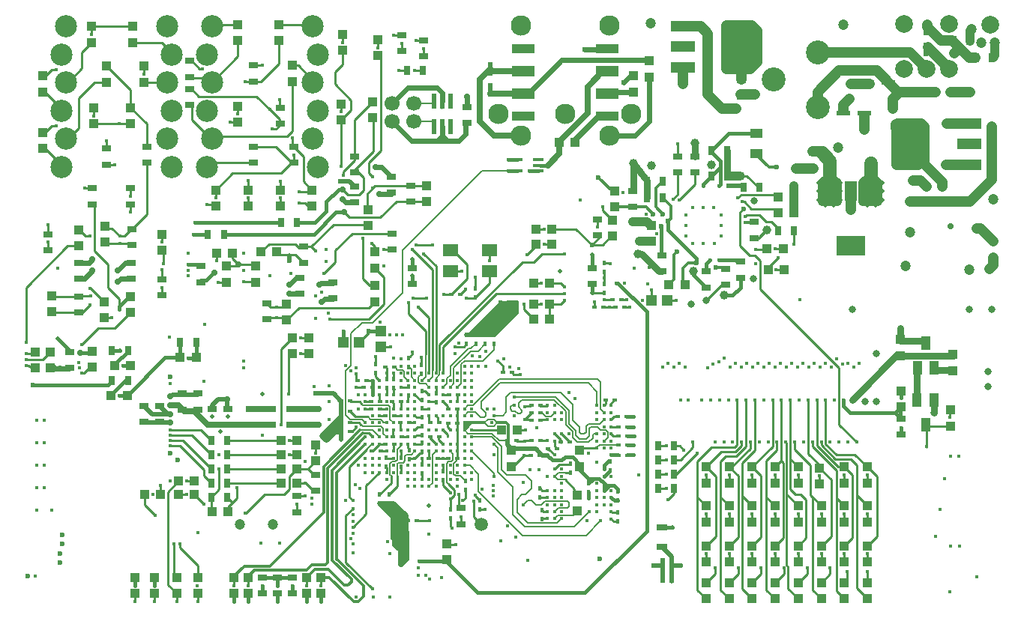
<source format=gbr>
G04 Layer_Physical_Order=8*
G04 Layer_Color=16711680*
%FSLAX45Y45*%
%MOMM*%
%TF.FileFunction,Copper,L8,Bot,Signal*%
%TF.Part,Single*%
G01*
G75*
%TA.AperFunction,SMDPad,CuDef*%
%ADD11R,1.20000X0.40000*%
%ADD13R,1.14300X1.27000*%
%ADD15R,1.00000X1.00000*%
%ADD16R,1.00000X1.00000*%
%ADD17R,0.80000X1.00000*%
%ADD19R,0.55000X0.45000*%
%ADD20R,1.00000X0.80000*%
%ADD21R,1.50000X0.60000*%
%ADD31R,0.60000X1.50000*%
%TA.AperFunction,Conductor*%
%ADD46C,0.50000*%
%ADD47C,0.40000*%
%ADD48C,0.25000*%
%ADD49C,0.15000*%
%ADD50C,0.18400*%
%ADD52C,0.60000*%
%ADD53C,1.00000*%
%ADD54C,0.20000*%
%ADD55C,0.30000*%
%ADD56C,1.20000*%
%ADD57C,0.35000*%
%ADD58C,0.34200*%
%ADD60C,0.80000*%
%ADD63C,0.70000*%
%ADD65C,0.25400*%
%TA.AperFunction,ViaPad*%
%ADD66C,2.00000*%
%TA.AperFunction,ComponentPad*%
%ADD67C,2.50000*%
%ADD68C,1.70000*%
%ADD69C,2.30000*%
%ADD70C,2.70000*%
%ADD71C,2.00000*%
%TA.AperFunction,ViaPad*%
%ADD72C,0.80000*%
%ADD73C,0.70000*%
%ADD74C,0.40000*%
%ADD75C,0.50000*%
%ADD76C,0.60000*%
%ADD77C,1.20000*%
%ADD78C,1.00000*%
%TA.AperFunction,SMDPad,CuDef*%
%ADD100R,1.00000X1.50000*%
%ADD101R,0.45000X0.55000*%
%ADD102R,2.50000X1.01600*%
%ADD103R,2.50000X1.27000*%
%ADD104R,2.70000X1.30000*%
%ADD105R,2.70000X4.10000*%
%ADD106R,3.30000X2.20000*%
%ADD107R,1.40000X2.20000*%
%ADD108R,1.40000X1.00000*%
%ADD109R,0.60000X1.80000*%
%ADD110R,1.80000X1.40000*%
%ADD111R,1.20000X0.80000*%
%ADD112R,1.27000X1.14300*%
%ADD113C,1.50000*%
%TA.AperFunction,Conductor*%
%ADD114C,1.50000*%
%ADD115C,0.45000*%
%ADD116C,0.16000*%
D11*
X8540000Y11875000D02*
D03*
Y11810000D02*
D03*
Y11745000D02*
D03*
X8306960D02*
D03*
Y11875000D02*
D03*
D13*
X6341688Y9808730D02*
D03*
X6519488D02*
D03*
X9824188Y10281230D02*
D03*
X10001988D02*
D03*
D15*
X8700000Y11090000D02*
D03*
X8520000D02*
D03*
X8700000Y10920000D02*
D03*
X8520000D02*
D03*
X5090000Y10820000D02*
D03*
X4910000D02*
D03*
X5410000Y10830000D02*
D03*
X5590000D02*
D03*
X8960000Y12070000D02*
D03*
X8780000D02*
D03*
X5640000Y8700000D02*
D03*
X5820000D02*
D03*
X5640000Y8540000D02*
D03*
X5820000D02*
D03*
X5640000Y8380000D02*
D03*
X5820000D02*
D03*
X5640000Y8220000D02*
D03*
X5820000D02*
D03*
X3760000Y9550000D02*
D03*
X3940000D02*
D03*
X3720000Y9210000D02*
D03*
X3900000D02*
D03*
X5040000Y7900000D02*
D03*
X4860000D02*
D03*
X4500000Y9640000D02*
D03*
X4680000D02*
D03*
X4660000Y8090000D02*
D03*
X4480000D02*
D03*
X4280000D02*
D03*
X4100000D02*
D03*
X4660000Y8240000D02*
D03*
X4480000D02*
D03*
X5950000Y9860000D02*
D03*
X5770000D02*
D03*
X5950000Y9680000D02*
D03*
X5770000D02*
D03*
X10200000Y10460000D02*
D03*
X10020000D02*
D03*
X11250000Y11270000D02*
D03*
X11430000D02*
D03*
X11250000Y11450000D02*
D03*
X11430000D02*
D03*
X8490000Y10070000D02*
D03*
X8670000D02*
D03*
X8490000Y10240000D02*
D03*
X8670000D02*
D03*
X8490000Y10480000D02*
D03*
X8670000D02*
D03*
X8304500Y8815500D02*
D03*
X8124500D02*
D03*
X11320000Y10630000D02*
D03*
X11140000D02*
D03*
X11310000Y10870000D02*
D03*
X11130000D02*
D03*
D16*
X9013000Y8408000D02*
D03*
Y8588000D02*
D03*
X8241000Y8406000D02*
D03*
Y8586000D02*
D03*
X9380000Y11010000D02*
D03*
Y11190000D02*
D03*
X8988000Y8084000D02*
D03*
Y7904000D02*
D03*
X9820000Y10950000D02*
D03*
Y11130000D02*
D03*
X6672500Y12350000D02*
D03*
Y12530000D02*
D03*
X5700000Y10060000D02*
D03*
Y10240000D02*
D03*
X6700000Y10270000D02*
D03*
Y10450000D02*
D03*
X5020000Y10670000D02*
D03*
Y10490000D02*
D03*
X5350000Y10670000D02*
D03*
Y10490000D02*
D03*
X4700000Y6970000D02*
D03*
Y7150000D02*
D03*
X4460000Y6970000D02*
D03*
Y7150000D02*
D03*
X4210000Y6970000D02*
D03*
Y7150000D02*
D03*
X3990000Y6970000D02*
D03*
Y7150000D02*
D03*
X6320000Y12505000D02*
D03*
Y12325000D02*
D03*
X6334338Y13289070D02*
D03*
Y13109070D02*
D03*
X9410000Y11520000D02*
D03*
Y11340000D02*
D03*
X9800000Y12989999D02*
D03*
Y12810001D02*
D03*
X7280000Y11400000D02*
D03*
Y11580000D02*
D03*
X6620000Y11310000D02*
D03*
Y11130000D02*
D03*
X3045000Y10152500D02*
D03*
Y10332500D02*
D03*
X3350000Y11080000D02*
D03*
Y10900000D02*
D03*
X3520000Y12280000D02*
D03*
Y12460000D02*
D03*
X4090000Y12750000D02*
D03*
Y12930000D02*
D03*
X3940000Y12280000D02*
D03*
Y12460000D02*
D03*
X3960000Y13200000D02*
D03*
Y13380000D02*
D03*
X3650000Y11120000D02*
D03*
Y10940000D02*
D03*
X2950000Y12180000D02*
D03*
Y12000000D02*
D03*
X3640000Y10270000D02*
D03*
Y10090000D02*
D03*
X2860000Y9700000D02*
D03*
Y9520000D02*
D03*
X3030001Y9700000D02*
D03*
Y9520000D02*
D03*
X3670000Y12930000D02*
D03*
Y12750000D02*
D03*
X2950000Y12820000D02*
D03*
Y12640000D02*
D03*
X3500000Y13380000D02*
D03*
Y13200000D02*
D03*
X3510000Y9710000D02*
D03*
Y9530000D02*
D03*
X3940000Y10330000D02*
D03*
Y10150000D02*
D03*
X4290000Y11030000D02*
D03*
Y10850000D02*
D03*
X5150000Y13400000D02*
D03*
Y13220000D02*
D03*
X5610000Y13400000D02*
D03*
Y13220000D02*
D03*
X5770000Y12760000D02*
D03*
Y12939999D02*
D03*
X5150000Y12300000D02*
D03*
Y12480000D02*
D03*
X5630000Y11530000D02*
D03*
Y11350000D02*
D03*
X5270000D02*
D03*
Y11530000D02*
D03*
X4900000D02*
D03*
Y11350000D02*
D03*
X5990000D02*
D03*
Y11530000D02*
D03*
X9620000Y12640000D02*
D03*
Y12820000D02*
D03*
X6730000Y13230000D02*
D03*
Y13050000D02*
D03*
X6700000Y10830000D02*
D03*
Y10650000D02*
D03*
X6030000Y8470000D02*
D03*
Y8650000D02*
D03*
X12260000Y7510000D02*
D03*
Y7330000D02*
D03*
X12259735Y6910000D02*
D03*
Y7090001D02*
D03*
X12000000Y8400000D02*
D03*
Y8220000D02*
D03*
X11999732Y6910000D02*
D03*
Y7090000D02*
D03*
X11740000Y7510000D02*
D03*
Y7330000D02*
D03*
X11739733Y6910000D02*
D03*
Y7090000D02*
D03*
X11480000Y7510000D02*
D03*
Y7330000D02*
D03*
X11479733Y6910000D02*
D03*
Y7090000D02*
D03*
X11220000Y7510000D02*
D03*
Y7330000D02*
D03*
X11220000Y7960000D02*
D03*
Y7780000D02*
D03*
X10960000Y7510000D02*
D03*
Y7330000D02*
D03*
Y6910000D02*
D03*
Y7090000D02*
D03*
X10699734Y7510000D02*
D03*
Y7330000D02*
D03*
X10700000Y6910721D02*
D03*
Y7090721D02*
D03*
X10440000Y8400000D02*
D03*
Y8220000D02*
D03*
X10439735Y6910000D02*
D03*
Y7090000D02*
D03*
X12260000Y8220000D02*
D03*
Y8400000D02*
D03*
Y7780000D02*
D03*
Y7960000D02*
D03*
X12000000Y7330000D02*
D03*
Y7510000D02*
D03*
X12000000Y7780000D02*
D03*
Y7960000D02*
D03*
X11720000Y8210000D02*
D03*
Y8390000D02*
D03*
X11740000Y7780000D02*
D03*
Y7960000D02*
D03*
X11480000Y8220000D02*
D03*
Y8400000D02*
D03*
Y7780000D02*
D03*
Y7960000D02*
D03*
X11220000Y8220000D02*
D03*
Y8400000D02*
D03*
X11220000Y7090000D02*
D03*
Y6910000D02*
D03*
X10960000Y8220000D02*
D03*
Y8400000D02*
D03*
Y7780000D02*
D03*
Y7960000D02*
D03*
X10700000Y8220000D02*
D03*
Y8400000D02*
D03*
Y7780000D02*
D03*
Y7960000D02*
D03*
X10440000Y7330000D02*
D03*
Y7510000D02*
D03*
X10440000Y7780000D02*
D03*
Y7960000D02*
D03*
X7512500Y7355000D02*
D03*
Y7535000D02*
D03*
X12642500Y9260000D02*
D03*
Y9080000D02*
D03*
X13227499Y9490000D02*
D03*
Y9670000D02*
D03*
X12632499Y9840000D02*
D03*
Y9660000D02*
D03*
X13197499Y9045000D02*
D03*
Y8865000D02*
D03*
X5270000Y7150000D02*
D03*
Y6970000D02*
D03*
X5110000Y7150000D02*
D03*
Y6970000D02*
D03*
X5930000Y7150000D02*
D03*
Y6970000D02*
D03*
X6090000Y7150000D02*
D03*
Y6970000D02*
D03*
D17*
X5640000Y11160000D02*
D03*
X5820000D02*
D03*
X4812500Y11030000D02*
D03*
X4992500D02*
D03*
X10680000Y11980000D02*
D03*
X10500000D02*
D03*
X10680000Y11690000D02*
D03*
X10500000D02*
D03*
X13110001Y11570000D02*
D03*
X12930000D02*
D03*
X13230000Y13220000D02*
D03*
X13410001D02*
D03*
X13489999Y13030000D02*
D03*
X13670000D02*
D03*
X7240000Y12880000D02*
D03*
X7060000D02*
D03*
X4850000Y8540000D02*
D03*
X5030000D02*
D03*
X4850000Y8380000D02*
D03*
X5030000D02*
D03*
X4850000Y8220000D02*
D03*
X5030000D02*
D03*
X4850000Y8700000D02*
D03*
X5030000D02*
D03*
X3730000Y9380000D02*
D03*
X3910000D02*
D03*
X3730000Y9720000D02*
D03*
X3910000D02*
D03*
X5030000Y8060000D02*
D03*
X4850000D02*
D03*
X4500000Y9810000D02*
D03*
X4680000D02*
D03*
X9950000Y11440000D02*
D03*
X9770000D02*
D03*
Y11630000D02*
D03*
X9950000D02*
D03*
X11430000Y11070000D02*
D03*
X11250000D02*
D03*
X11040000Y11560000D02*
D03*
X10860000D02*
D03*
X10080000Y8320000D02*
D03*
X9900000D02*
D03*
X10080000Y8160000D02*
D03*
X9900000D02*
D03*
X10080000Y8480000D02*
D03*
X9900000D02*
D03*
X10080000Y8640000D02*
D03*
X9900000D02*
D03*
D19*
X7524200Y8897500D02*
D03*
X7625800D02*
D03*
X7524200Y8500000D02*
D03*
X7625800D02*
D03*
X7524200Y9060000D02*
D03*
X7625800D02*
D03*
X7536700Y9220000D02*
D03*
X7638300D02*
D03*
X6659200Y9140000D02*
D03*
X6760800D02*
D03*
X6998300D02*
D03*
X6896700D02*
D03*
X7000800Y8740000D02*
D03*
X6899200D02*
D03*
X6814200Y8660000D02*
D03*
X6915800D02*
D03*
X7083300Y8900000D02*
D03*
X6981700D02*
D03*
X7324200D02*
D03*
X7425800D02*
D03*
X7326700Y8740000D02*
D03*
X7428300D02*
D03*
X6571700Y9297500D02*
D03*
X6673300D02*
D03*
X6816700Y8980000D02*
D03*
X6918300D02*
D03*
X6504200Y9380000D02*
D03*
X6605800D02*
D03*
X6659200Y9060000D02*
D03*
X6760800D02*
D03*
X7405800Y8500000D02*
D03*
X7304200D02*
D03*
X6768300Y8582500D02*
D03*
X6666700D02*
D03*
X8466700Y9015000D02*
D03*
X8568300D02*
D03*
X8464200Y8702500D02*
D03*
X8565800D02*
D03*
X9550800Y8855000D02*
D03*
X9449200D02*
D03*
X9550800Y8535000D02*
D03*
X9449200D02*
D03*
X9550800Y8650000D02*
D03*
X9449200D02*
D03*
X8466700Y9100000D02*
D03*
X8568300D02*
D03*
X8466700Y8930000D02*
D03*
X8568300D02*
D03*
X9545800Y8967500D02*
D03*
X9444200D02*
D03*
X9405800Y9160000D02*
D03*
X9304200D02*
D03*
X8753300Y8607500D02*
D03*
X8651700D02*
D03*
X9553300Y8752500D02*
D03*
X9451700D02*
D03*
X8799200Y8685000D02*
D03*
X8900800D02*
D03*
X8560800Y8535000D02*
D03*
X8459200D02*
D03*
X7559200Y10350000D02*
D03*
X7660800D02*
D03*
X10051601Y7110000D02*
D03*
X9950000D02*
D03*
X10050801Y7230000D02*
D03*
X9949200D02*
D03*
X10050800Y7350000D02*
D03*
X9949200D02*
D03*
X6319200Y8800000D02*
D03*
X6420800D02*
D03*
X6319200Y8900000D02*
D03*
X6420800D02*
D03*
X6319200Y9030000D02*
D03*
X6420800D02*
D03*
X7068270Y7795634D02*
D03*
X7169871D02*
D03*
X9414200Y10207500D02*
D03*
X9515800D02*
D03*
X8141700Y9467500D02*
D03*
X8243300D02*
D03*
X8297800Y8699000D02*
D03*
X8196200D02*
D03*
X6319200Y9150000D02*
D03*
X6420800D02*
D03*
X6816700Y9532500D02*
D03*
X6918300D02*
D03*
X9283300Y10207500D02*
D03*
X9181700D02*
D03*
X9381700Y10292500D02*
D03*
X9483300D02*
D03*
D20*
X9210000Y11200000D02*
D03*
Y11020000D02*
D03*
X7120000Y10470000D02*
D03*
Y10650000D02*
D03*
X10980000Y11170000D02*
D03*
Y10990000D02*
D03*
X10440000Y10610000D02*
D03*
Y10430000D02*
D03*
X6470000Y11910000D02*
D03*
Y11730000D02*
D03*
Y11390000D02*
D03*
Y11570000D02*
D03*
X7100000Y11580000D02*
D03*
Y11400000D02*
D03*
X6220000Y10310000D02*
D03*
Y10490000D02*
D03*
X5850000Y10540000D02*
D03*
Y10360000D02*
D03*
X3349999Y10530000D02*
D03*
Y10710000D02*
D03*
X3010000Y11030000D02*
D03*
Y10850000D02*
D03*
X10310000Y11910000D02*
D03*
Y11730000D02*
D03*
X7250000Y13039999D02*
D03*
Y13220000D02*
D03*
X5480000Y10250000D02*
D03*
Y10070000D02*
D03*
X5890000Y10710000D02*
D03*
Y10890000D02*
D03*
X3949999Y10530000D02*
D03*
Y10710000D02*
D03*
X3250000Y9520000D02*
D03*
Y9700000D02*
D03*
X4290000Y10520001D02*
D03*
Y10340000D02*
D03*
X10660000Y10460000D02*
D03*
Y10640000D02*
D03*
X11650000Y11950000D02*
D03*
Y11770000D02*
D03*
X10840000Y12770000D02*
D03*
Y12590000D02*
D03*
X13680000Y10950000D02*
D03*
Y10770000D02*
D03*
X7740000Y12290000D02*
D03*
Y12470000D02*
D03*
X3670000Y12000000D02*
D03*
Y11820000D02*
D03*
X4120000Y12020000D02*
D03*
Y11840000D02*
D03*
X3940000Y11550000D02*
D03*
Y11370000D02*
D03*
X3510000Y11550000D02*
D03*
Y11370000D02*
D03*
X3349999Y10149000D02*
D03*
Y10329000D02*
D03*
X3952259Y11091000D02*
D03*
Y10911000D02*
D03*
X4730000Y10490000D02*
D03*
Y10670000D02*
D03*
X4605000Y12989999D02*
D03*
Y12810001D02*
D03*
Y12670000D02*
D03*
Y12490000D02*
D03*
X5330000Y12939999D02*
D03*
Y12760000D02*
D03*
Y12020000D02*
D03*
Y11840000D02*
D03*
X5780000D02*
D03*
Y12020000D02*
D03*
X5630000Y12280000D02*
D03*
Y12460000D02*
D03*
X4090000Y8910000D02*
D03*
Y9090000D02*
D03*
X4270000D02*
D03*
Y8910000D02*
D03*
X5040000Y8880000D02*
D03*
Y9060000D02*
D03*
X4860000Y8880000D02*
D03*
Y9060000D02*
D03*
X5530000Y8880000D02*
D03*
Y9060000D02*
D03*
X5940000D02*
D03*
Y8880000D02*
D03*
X5750000D02*
D03*
Y9060000D02*
D03*
X5290000D02*
D03*
Y8880000D02*
D03*
X4520000Y9050000D02*
D03*
Y9230000D02*
D03*
X4700000D02*
D03*
Y9050000D02*
D03*
X7000000Y13100000D02*
D03*
Y13280000D02*
D03*
X6880000Y11500000D02*
D03*
Y11680000D02*
D03*
X6890000Y10860000D02*
D03*
Y11040000D02*
D03*
X5820000Y8070000D02*
D03*
Y7890000D02*
D03*
X10830000Y10720000D02*
D03*
Y10540000D02*
D03*
X9610000Y11340000D02*
D03*
Y11520000D02*
D03*
X9940000Y10610000D02*
D03*
Y10790000D02*
D03*
X10120000Y11910000D02*
D03*
Y11730000D02*
D03*
X9150000Y10650000D02*
D03*
Y10470000D02*
D03*
X7667500Y7755000D02*
D03*
Y7935000D02*
D03*
X12642500Y8767500D02*
D03*
Y8947500D02*
D03*
X6027500Y8312500D02*
D03*
Y8132500D02*
D03*
X5600000Y6970000D02*
D03*
Y7150000D02*
D03*
X5430000D02*
D03*
Y6970000D02*
D03*
X5770000D02*
D03*
Y7150000D02*
D03*
D21*
X11989840Y12400000D02*
D03*
X12230000D02*
D03*
X12500080Y12750000D02*
D03*
X12259920D02*
D03*
X13240080Y12630000D02*
D03*
X12999921D02*
D03*
D31*
X12920000Y13119920D02*
D03*
Y13360080D02*
D03*
X8000000Y12659920D02*
D03*
Y12900079D02*
D03*
D46*
X10050801Y7290000D02*
Y7389199D01*
X8646202Y8534800D02*
X8647303D01*
X8587700D02*
X8646202D01*
X8242500Y8607500D02*
X8515000D01*
X8197500Y8652500D02*
X8242500Y8607500D01*
X8197500Y8652500D02*
Y8692700D01*
X8230000Y10260000D02*
X8262500D01*
X8210000D02*
X8230000D01*
X8262500D02*
X8300000D01*
X6922500Y7620000D02*
X6990000D01*
X6910000D02*
X6922500D01*
Y7590000D02*
X6980000D01*
X6900000D02*
X6922500D01*
X6900000Y7650000D02*
X6950000D01*
X6990000Y7600000D02*
X7050000Y7660000D01*
X6980000Y7590000D02*
X6990000Y7600000D01*
X6950000Y7650000D02*
X6980000D01*
X6750000Y7989200D02*
X6900000Y7839200D01*
Y7650000D02*
Y7839200D01*
X6950000Y7650000D02*
Y7835000D01*
X6860000Y7989200D02*
X7000000Y7849200D01*
Y7685000D02*
Y7849200D01*
X6980000Y7650000D02*
X7050000Y7720000D01*
X10690000Y11580000D02*
X10830000D01*
X7050000Y7660000D02*
Y7720000D01*
Y7813904D02*
Y7850000D01*
Y7813904D02*
X7068270Y7795634D01*
X9949200Y7130800D02*
Y7230000D01*
X9950128Y7245136D02*
Y7344336D01*
X9850000Y7290000D02*
X9949199D01*
X10050801D02*
X10150000D01*
X10050801Y7230000D02*
Y7290000D01*
X10051601Y7110000D02*
Y7229199D01*
X5730000Y10730000D02*
Y10790000D01*
X6410000Y11630000D02*
X6470000Y11570000D01*
X6310000Y11630000D02*
X6410000D01*
X5030000Y9090000D02*
Y9170000D01*
X4930000D02*
X5030000D01*
X4860000Y9100000D02*
X4930000Y9170000D01*
X4860000Y9060000D02*
Y9100000D01*
X4269446Y8900031D02*
X4269447D01*
X4090000Y9090000D02*
X4180000Y9000000D01*
X4270000Y9090000D02*
X4360000Y9000000D01*
X4180000D02*
X4360000D01*
X4390000D01*
X9940000Y7500000D02*
X10050801Y7389199D01*
X6319200Y9030000D02*
Y9140800D01*
X6030000Y9230000D02*
X6230000D01*
X6900000Y7590000D02*
Y7650000D01*
X6100000Y8750000D02*
X6160000D01*
X6320000Y8970000D02*
Y9010000D01*
X4510000Y9220000D02*
X4510000Y9220000D01*
X4410000Y9220000D02*
X4510000D01*
X4390000Y9200000D02*
X4410000Y9220000D01*
X6320000Y8910000D02*
Y8970000D01*
X6160000Y8750000D02*
X6240000Y8830000D01*
X6320000Y8820099D01*
X6320800Y8820000D01*
Y8710000D02*
Y8780000D01*
X6100000Y8750000D02*
X6150000Y8700000D01*
X6160000D02*
X6250000Y8790000D01*
X6150000Y8700000D02*
X6160000D01*
X6910000Y7990000D02*
X7050000Y7850000D01*
X8515000Y8607500D02*
X8587700Y8534800D01*
X4510000Y9220000D02*
X4700000D01*
X7050000Y7720000D02*
Y7813904D01*
X6250000Y8790000D02*
X6320000D01*
Y8820099D01*
X6100000Y8750000D02*
X6320000Y8970000D01*
Y8820099D02*
Y8910000D01*
X6240000Y8830000D02*
X6320000Y8910000D01*
X6770000Y7990000D02*
X6910000D01*
X6800000Y7985000D02*
X6950000Y7835000D01*
X4120000Y8900000D02*
X4270000D01*
X4269447Y8900031D02*
X4270000Y8900000D01*
X4390000D01*
X6230000Y9230000D02*
X6319200Y9140800D01*
X7732500Y9891730D02*
X7837530D01*
X7870030D02*
X8044582D01*
D47*
X6670000Y9220000D02*
Y9340000D01*
X9553300Y8752500D02*
X9625000D01*
X9545800Y8967500D02*
X9615000D01*
X9930000Y10810000D02*
X9950000Y10790000D01*
X9287961Y8417961D02*
X9337500Y8467500D01*
X9287961Y8377280D02*
Y8417961D01*
X9288002Y8295502D02*
X9346600Y8354100D01*
X9404262Y8019200D02*
X9445000D01*
X9367961Y8055502D02*
X9404262Y8019200D01*
X9287961Y8135502D02*
X9345921Y8193462D01*
X9307500Y8195000D02*
X9397500D01*
X9445000Y8120800D02*
Y8147500D01*
X9397500Y8195000D02*
X9445000Y8147500D01*
X9287961Y8135502D02*
Y8214540D01*
X9307500Y8195000D01*
X9112500Y8272500D02*
X9166700D01*
X9013000Y8372000D02*
X9112500Y8272500D01*
X9013000Y8372000D02*
Y8408000D01*
X8703502Y8477500D02*
X8810000D01*
X8645502Y8535499D02*
X8646202Y8534800D01*
X8810000Y8477500D02*
X8845000Y8512500D01*
X9230000Y8272500D02*
X9287961Y8214540D01*
X9112500Y8218300D02*
X9166700Y8272500D01*
X9230000D01*
X9013000Y8408000D02*
Y8432000D01*
X8932500Y8512500D02*
X9013000Y8432000D01*
X8845000Y8512500D02*
X8932500D01*
X8131171Y10185371D02*
Y10255000D01*
X8160000Y10173429D02*
Y10255000D01*
X8195000Y10160930D02*
Y10242500D01*
X8300000Y10150000D02*
Y10260000D01*
X8120000D02*
X8210000D01*
X8118300D02*
X8120000D01*
X7500000Y7340000D02*
X7860000Y6980000D01*
X7200000Y7340000D02*
X7500000D01*
X7860000Y6980000D02*
X9070000D01*
X9770000Y7680000D01*
X9150000Y10650000D02*
Y10800000D01*
X9552500Y8855000D02*
X9620000D01*
X5600000Y6880000D02*
Y6970000D01*
X6090000Y6880000D02*
Y6970000D01*
X5930000Y6880000D02*
Y6970000D01*
X5270000Y6880000D02*
Y6970000D01*
X5110000Y6880000D02*
Y6970000D01*
X9368000Y8535499D02*
X9439600D01*
X4880000Y10600000D02*
X4890000D01*
X5820000Y11160000D02*
X6020000D01*
X6150000Y11290000D01*
Y11400000D01*
X4790000Y10510000D02*
X4880000Y10600000D01*
X3060000Y9530000D02*
X3060000Y9530000D01*
X8206959Y11745000D02*
X8306960D01*
X8206959Y11875000D02*
X8306960D01*
X8440000Y11745000D02*
X8540000D01*
X8570000Y11810000D02*
X8650000D01*
X3370000Y9690000D02*
Y9694840D01*
X3490000Y9690000D02*
X3500000Y9680000D01*
X3370000Y9690000D02*
X3490000D01*
X3990000Y7060000D02*
Y7150000D01*
X4210000Y7060000D02*
Y7150000D01*
X5440000D02*
X5600000D01*
X5770000D01*
X5600000Y7060000D02*
Y7150000D01*
X5770000Y6970000D02*
Y7060000D01*
X5430000Y6970000D02*
Y7060000D01*
X5920000Y6970000D02*
X5930000D01*
X3730000Y9720000D02*
X3820000D01*
X6260000Y11280000D02*
X6350000D01*
X6010000Y11030000D02*
X6260000Y11280000D01*
X6150000Y11400000D02*
X6290000Y11540000D01*
X6330000D01*
X3810000Y9210000D02*
X3900000D01*
X3770000Y9570000D02*
X3910000Y9710000D01*
X3850000Y9550000D02*
X3940000D01*
X4680000Y9640000D02*
Y9810000D01*
X4500000Y9640000D02*
Y9810000D01*
X4330000Y9640000D02*
X4500000D01*
X3720000Y9220000D02*
X3880000Y9380000D01*
X3910000D01*
X3900000Y9210000D02*
X4330000Y9640000D01*
X10440000Y10700000D02*
X10480000Y10740000D01*
X10440000Y10610000D02*
Y10700000D01*
X10500000Y11690000D02*
X10600000Y11790000D01*
X10500000Y11980000D02*
X10694300Y12174300D01*
X11010000D01*
X10410000Y11600000D02*
X10500000Y11690000D01*
X10410000Y11580000D02*
Y11600000D01*
X7120000Y10650000D02*
Y10750000D01*
Y10470000D02*
Y10560000D01*
X9150000Y10370000D02*
Y10470000D01*
X9970000Y7720000D02*
X10060000D01*
X6630000Y9939488D02*
X6761270D01*
X9930000Y10810000D02*
Y11120000D01*
X10590000Y11870000D02*
X10600000Y11860000D01*
X10590000Y11870000D02*
Y11870000D01*
X10500000Y11960000D02*
X10590000Y11870000D01*
X10600000Y11600000D02*
Y11860000D01*
X10580000Y11580000D02*
X10600000Y11600000D01*
X10010000Y11079999D02*
X10330000Y10760000D01*
Y10710000D02*
Y10760000D01*
X10010000Y11180000D02*
X10010000Y11079999D01*
X10640000Y10340000D02*
X10740000D01*
X10830000Y10430000D01*
Y10540000D01*
X10770000Y10740000D02*
X10790000Y10720000D01*
X10580000Y10740000D02*
X10770000D01*
X10300000Y10570000D02*
X10440000Y10430000D01*
X10300000Y10570000D02*
Y10610000D01*
X3259616Y9701923D02*
X3260000Y9700000D01*
X3259616Y9701923D02*
Y9701923D01*
X3810000Y10220000D02*
X3920000Y10330000D01*
X3810000Y10180000D02*
Y10220000D01*
X9112500Y8052500D02*
Y8116700D01*
X9552500Y8649000D02*
X9620000D01*
X6670000Y9340000D02*
Y9380000D01*
Y9380000D01*
X6341688Y9808730D02*
Y9930812D01*
X6340000Y9932500D02*
X6341688Y9930812D01*
X9419981Y10479979D02*
X9445021D01*
X9770000Y10155000D01*
Y7680000D02*
Y10155000D01*
X8044582Y9894582D02*
X8300000Y10150000D01*
X4730000Y10510000D02*
X4790000D01*
X9107500Y8218300D02*
Y8272500D01*
X8646202Y8534800D02*
X8703502Y8477500D01*
X3680000Y9330000D02*
X3730000Y9380000D01*
X2840000Y9330000D02*
X3680000D01*
X4990000Y11030000D02*
X4992500D01*
X6010000D01*
X4650000D02*
X4812500D01*
X4662500Y11162500D02*
X4665000Y11160000D01*
X5640000D01*
X4590000Y9630000D02*
X4680000D01*
X7764582Y9906282D02*
X8118300Y10260000D01*
X7977082Y9913782D02*
X8230000Y10166700D01*
X3120000Y9850000D02*
X3270001Y9700000D01*
X4590000Y10690000D02*
X4730000D01*
X8004582Y9894582D02*
X8262500Y10152500D01*
X7837530Y9891730D02*
X8131171Y10185371D01*
X7800215Y9895512D02*
X8120000Y10215297D01*
X7929582Y9895512D02*
X8195000Y10160930D01*
X7882082Y9895512D02*
X8160000Y10173429D01*
X9550000Y8537500D02*
X9617500D01*
X8230000Y10166700D02*
Y10260000D01*
X8262500Y10152500D02*
Y10260000D01*
D48*
X12927499Y8627500D02*
Y8870000D01*
X12925000Y8860000D02*
X13192500D01*
X7260000Y11400000D02*
X7283000Y11423000D01*
X6350000Y11280000D02*
X6410000Y11220000D01*
X6760000D01*
X6940000Y11400000D01*
X6420000Y9140000D02*
X6524800D01*
X7600000Y9756790D02*
X7701227Y9757491D01*
X7732500Y9789200D01*
X9368000Y8775500D02*
X9391000Y8752500D01*
X9451700D01*
X9368000Y8935500D02*
X9400001Y8967500D01*
X9444200D01*
X8727999Y8638301D02*
Y8695508D01*
X6910800Y8580800D02*
Y8660000D01*
X6829986Y9459981D02*
Y9517500D01*
X7411601Y8900000D02*
Y8958399D01*
X7420800Y8709165D02*
Y8740000D01*
X7230800Y9060000D02*
X7310000D01*
X7230000Y9060800D02*
X7230800Y9060000D01*
X6889200Y9140000D02*
X6910000Y9119200D01*
X6910800Y8980000D02*
X6989970D01*
X6989200Y8820800D02*
Y8900000D01*
X6410000Y8060000D02*
Y8405549D01*
Y8060000D02*
X6450000Y8020000D01*
X6410000Y8405549D02*
X6600838Y8596387D01*
X6990800Y9300800D02*
X7070000D01*
X6670000Y8580000D02*
X6750000Y8660000D01*
X7132500Y10310000D02*
X7282500D01*
X7167500Y10910000D02*
X7352500D01*
X9150000Y10910000D02*
X9240000Y11000000D01*
X7125000Y9680000D02*
Y9700000D01*
X7092500Y9647500D02*
X7125000Y9680000D01*
X11220000Y10865530D02*
X11308531D01*
X11311000Y10868000D01*
X7820000Y10310000D02*
X7990000Y10480000D01*
X5620000Y12280000D02*
Y12330000D01*
X6677500Y12327500D02*
X6700000Y12350000D01*
X7070000Y8615800D02*
X7085000Y8600800D01*
X5941250Y8381250D02*
X6030000Y8292500D01*
X2790000Y9550000D02*
X2850000Y9490000D01*
X6230999Y11140000D02*
X6620000D01*
X2980000Y11990000D02*
X3180000Y11790000D01*
X2980000Y11990000D02*
Y12010000D01*
X5214839Y10495000D02*
X5352420D01*
X2980000Y12625000D02*
X3180000Y12425000D01*
X2980000Y12625000D02*
Y12640000D01*
X5620000Y12460000D02*
Y12550000D01*
X11590000Y8550000D02*
X11740000Y8400000D01*
X4430000Y7150000D02*
Y7530000D01*
X8420000Y10800000D02*
X8530000Y10910000D01*
X4868751Y12103750D02*
X4905000Y12140000D01*
X4868750Y12103750D02*
X4868751Y12103750D01*
X4853750Y12103750D02*
X4868750D01*
X4630000Y12327500D02*
X4853750Y12103750D01*
X10135000Y11417500D02*
X10310000Y11592500D01*
X10065000Y11430000D02*
X10120000Y11485000D01*
X8602759Y7895541D02*
X8647963D01*
X9050601Y8615492D02*
X9207993D01*
X9287961Y8375502D02*
Y8377280D01*
X7270000Y9670000D02*
Y9940000D01*
X7077500Y10132500D02*
X7270000Y9940000D01*
X7077500Y10132500D02*
Y10260000D01*
X9288000Y9095500D02*
X9304300Y9111799D01*
X9287961Y8295502D02*
X9288002D01*
X8783361Y8430900D02*
X8905500D01*
X8728002Y8375542D02*
X8783361Y8430900D01*
X8391200Y9081400D02*
X8403700Y9093900D01*
X8459600D01*
X8387400Y8936300D02*
X8464800Y9013700D01*
X8387400Y8936300D02*
X8456600D01*
X8083985Y8825015D02*
X8105000Y8804000D01*
X7790000Y8820015D02*
X8083985D01*
X8067500Y10360000D02*
X8840000D01*
X7469986Y9762486D02*
X8067500Y10360000D01*
X7469986Y9459981D02*
Y9762486D01*
X7430000Y9500000D02*
Y9782500D01*
X6370000Y7850000D02*
X6450000Y7930000D01*
X5820000Y8070000D02*
X5910000D01*
X8646402Y9093900D02*
X8648002Y9095500D01*
X8988000Y8084000D02*
Y8095608D01*
X8847500Y8337500D02*
X8896398D01*
X7230000Y9260800D02*
X7269168D01*
X8254100Y8406000D02*
X8382900Y8534800D01*
X8241000Y8406000D02*
X8254100D01*
X9013000Y8588000D02*
X9045547Y8620547D01*
X8300800Y8696000D02*
X8387000D01*
X8728002Y8535499D02*
X8732103Y8539600D01*
X8663502Y8600000D02*
X8728002Y8535499D01*
X8297800Y8699000D02*
X8300800Y8696000D01*
X8387000D02*
X8390700Y8699700D01*
X8463800D01*
X10820000Y11280000D02*
X10860000Y11320000D01*
X10820000Y10900000D02*
Y11280000D01*
Y10900000D02*
X10930000Y10790000D01*
X8320000Y8816500D02*
X8388000D01*
X9270000Y11300000D02*
Y11340000D01*
Y11300000D02*
X9380000Y11190000D01*
X6640000Y10450000D02*
X6700000D01*
X6630819Y10068999D02*
X6800000Y10238180D01*
X6190000Y10068999D02*
X6630819D01*
X6800000Y10238180D02*
Y10550000D01*
X9150000Y10910000D02*
X9150000Y10910000D01*
X9150000Y10910000D01*
X9152600Y10907400D01*
X9150000Y10910000D02*
X9270000D01*
X9150000D02*
X9150000D01*
X9150000D02*
Y10910000D01*
X8970000Y11090000D02*
X9150000Y10910000D01*
X5270000Y11530000D02*
Y11640000D01*
X10080000Y8640000D02*
X10140000D01*
X10010000Y8030000D02*
X10080000Y8100000D01*
Y8160000D01*
X8700000Y11090000D02*
X8970000D01*
X9270000Y10910000D02*
X9360000Y11000000D01*
X9210000Y11110000D02*
Y11200000D01*
X8520000Y11090000D02*
X8610000D01*
Y10920000D02*
X8700000D01*
X7169200Y8759200D02*
X7230000D01*
X7150000Y8740000D02*
X7169200Y8759200D01*
X7470000Y8820000D02*
X7519200Y8770800D01*
X6860000Y8090800D02*
X6950000Y8180800D01*
X6750000Y8090800D02*
X6880000Y8220800D01*
X6950000Y8180800D02*
Y8300000D01*
X6880000Y8220800D02*
Y8300000D01*
X7070000Y8615800D02*
Y8660000D01*
X6030000Y8560000D02*
Y8650000D01*
X6420800Y9030000D02*
X6480800Y8970000D01*
X6620000D01*
X6520000Y8900000D02*
X6540000Y8880000D01*
X6830000Y8340000D02*
Y8399200D01*
X6989948Y8340051D02*
Y8400000D01*
X10340000Y7009735D02*
Y8060000D01*
Y7009735D02*
X10439735Y6910000D01*
X10050801Y7230000D02*
X10051601Y7229199D01*
X6750000Y8660000D02*
X6809200D01*
X7990000Y10480000D02*
Y10610000D01*
Y10730000D02*
Y10850000D01*
X5040000Y7900000D02*
Y7950000D01*
X7629999Y8979999D02*
X7630000Y8980000D01*
X8727999Y8638301D02*
X8750800Y8615500D01*
X8727960Y8775500D02*
X8796700Y8706760D01*
X5640000Y9730000D02*
X5770000Y9860000D01*
X5721000Y9631000D02*
X5770000Y9680000D01*
X5860000Y9860000D02*
X5950000D01*
X5860000Y9680000D02*
X5950000D01*
X5890000Y11630000D02*
X5990000Y11530000D01*
X5840000Y11510000D02*
X5950000D01*
X5800000Y10800000D02*
X5890000Y10710000D01*
X5610000Y10800000D02*
X5800000D01*
X7389986Y9459981D02*
Y10669979D01*
X7310000Y9460000D02*
Y10089965D01*
X7350000Y9500000D02*
Y10630000D01*
X4210000Y6880000D02*
Y6970000D01*
X3990000Y6880000D02*
Y6970000D01*
X4700000Y6880000D02*
Y6970000D01*
X4460000Y6880000D02*
Y6970000D01*
X8647202Y8936300D02*
X8648002Y8935500D01*
X8579000Y7817700D02*
X8581159Y7815541D01*
X8568100Y8157500D02*
X8590059Y8135541D01*
X8647963D01*
X8568100Y8055900D02*
X8568459Y8055541D01*
X8647963D01*
X9394462Y7789000D02*
X9443200D01*
X9367961Y7815501D02*
X9394462Y7789000D01*
X9372862Y7890600D02*
X9443200D01*
X7000800Y8740000D02*
X7070000D01*
X7090800Y8900000D02*
X7150000D01*
Y8820000D02*
X7180800Y8850800D01*
X6990000Y9060000D02*
Y9139200D01*
X7150000Y8980000D02*
X7170800Y8959200D01*
X7470000Y9220000D02*
X7470000Y9220000D01*
X7229987Y8499983D02*
X7230000Y8499970D01*
X6910000Y9060000D02*
Y9119200D01*
X7420800Y8709165D02*
X7469983Y8659983D01*
X7390000Y8980000D02*
X7411601Y8958399D01*
X6990000Y9300000D02*
X6990800Y9300800D01*
X7149200Y8499200D02*
X7150000Y8500000D01*
X7390000Y9250800D02*
Y9300000D01*
X6830000Y8500800D02*
X6909200D01*
X7309200Y8579196D02*
X7309987Y8579983D01*
X7629986Y8510814D02*
Y8579983D01*
Y8659986D01*
X7630000Y8660000D01*
X7629200Y8980800D02*
X7630000Y8980000D01*
X7068158Y8741842D02*
X7070000Y8740000D01*
X6990000Y9139200D02*
X6990800Y9140000D01*
X7410800Y8500000D02*
X7470000D01*
X7389200Y9140000D02*
X7390000Y9139200D01*
X7150000Y9220000D02*
X7210800Y9159200D01*
X7519200Y8850800D02*
X7550000Y8820000D01*
X7230000Y8430800D02*
Y8499970D01*
X6899200Y8809199D02*
X6910000Y8819999D01*
X7150000Y8500000D02*
X7208399Y8558399D01*
X6909200Y8500800D02*
X6910000Y8500000D01*
X7319200Y8730800D02*
X7390000Y8660000D01*
X4500000Y7490000D02*
X4700000Y7290000D01*
X4500000Y7490000D02*
Y7530000D01*
X5100000Y8010000D02*
X5140000Y8050000D01*
X6600000Y7870001D02*
Y8190000D01*
X6450000Y7720000D02*
X6600000Y7870001D01*
X6562500Y8782500D02*
X6627501D01*
X4280000Y8090000D02*
Y8180000D01*
X4360000Y7070000D02*
Y8120000D01*
Y7070000D02*
X4460000Y6970000D01*
X4360000Y8120000D02*
X4480000Y8240000D01*
X4660000Y8090000D02*
X4770000Y7980000D01*
X4940000Y8150000D02*
Y8380000D01*
X6330000Y11540000D02*
X6390000Y11480000D01*
X6520000D01*
X6570000Y11530000D01*
X6340000Y11700000D02*
Y11740000D01*
X4700000Y7150000D02*
Y7290000D01*
X4910000Y10730000D02*
Y10820000D01*
X4930000Y10490000D02*
X5020000D01*
X5090000Y10760000D02*
X5160000Y10690000D01*
X5090000Y10760000D02*
Y10820000D01*
X5140000Y10670000D02*
X5160000Y10690000D01*
X5020000Y10670000D02*
X5140000D01*
X5330000Y10690000D02*
X5350000Y10670000D01*
X5160000Y10690000D02*
X5330000D01*
X5700000Y10060000D02*
X5840000Y10200000D01*
X5590000Y10090000D02*
X5690000D01*
Y10070000D02*
X5700000Y10060000D01*
X5590000Y10205999D02*
X5665999D01*
X5700000Y10240000D01*
X5524001Y10205999D02*
X5590000D01*
X5799999Y10920000D02*
X5840000Y10880000D01*
X5500000Y10920000D02*
X5799999D01*
X2945001Y9615000D02*
X3030001Y9700000D01*
X3410000Y9460000D02*
X3490000Y9540000D01*
X3390000Y9460000D02*
X3410000D01*
X2760000Y9615000D02*
X2945001D01*
X6320000Y12415000D02*
Y12505000D01*
X6334338Y13199071D02*
Y13289070D01*
Y12954338D02*
Y13109070D01*
X6340000Y11740000D02*
X6470000Y11870000D01*
Y11910000D01*
X6570000Y11530000D02*
Y11670000D01*
X6510000Y11730000D02*
X6570000Y11670000D01*
X6470000Y11730000D02*
X6510000D01*
X6610000Y11320000D02*
Y11490000D01*
X6670000Y11550000D01*
X7100000Y11400000D02*
X7260000D01*
X7100000D02*
X7100000Y11400000D01*
X7077000Y11423000D02*
X7100000Y11400000D01*
X5980999Y10890000D02*
X6230999Y11140000D01*
X7100000Y11580000D02*
X7260000D01*
X7260000Y11580000D01*
X5890000Y10890000D02*
X5980999D01*
X6030000Y10840999D01*
X3230000Y10900000D02*
X3350000D01*
X2760000Y10430000D02*
X3230000Y10900000D01*
X2760000Y9810000D02*
Y10430000D01*
Y9680000D02*
X2840000D01*
X2860000Y9700000D01*
X2760000Y9550000D02*
X2790000D01*
X3640000Y10090000D02*
X3730000D01*
X3952259Y11091000D02*
X4120000Y11258740D01*
X3487000Y10423000D02*
X3640000Y10270000D01*
X3479999Y10423000D02*
X3487000D01*
X3010000Y11030000D02*
Y11140000D01*
X4290000Y10520001D02*
Y10630000D01*
X3670000Y11820000D02*
X3760000D01*
X4120000Y11258740D02*
Y11840000D01*
X3010000Y10850000D02*
Y10940000D01*
X4290000Y10340000D02*
Y10430000D01*
X3349999Y10329000D02*
X3369999Y10309000D01*
X3729999Y11100000D02*
X3819999Y11010000D01*
X3670000Y11100000D02*
X3729999D01*
X3940000Y11460000D02*
Y11550000D01*
X3500000Y13289999D02*
Y13380000D01*
X3670000Y12000000D02*
Y12090000D01*
X4120000Y12020000D02*
Y12280000D01*
X3940000Y12460000D02*
X4120000Y12280000D01*
X4090000Y12839999D02*
Y12930000D01*
X3520000Y12370000D02*
Y12460000D01*
X3960000Y13200000D02*
X4290001D01*
X4375000Y12750000D02*
X4375000Y12750000D01*
X3235000Y12115000D02*
X3350000Y12230000D01*
Y12570000D01*
X3530000Y12750000D01*
X3670000D01*
X3940000Y12460000D02*
Y12660000D01*
X3670000Y12930000D02*
X3940000Y12660000D01*
X3235000Y12750000D02*
X3390000Y12905000D01*
Y13089999D01*
X3500000Y13200000D01*
X3960000Y13380000D02*
X3960000Y13380000D01*
X3500000Y13380000D02*
X3960000D01*
X3868999Y11010000D02*
X3949999Y11091000D01*
X3819999Y11010000D02*
X3868999D01*
X3929999Y10931000D02*
X3949999Y10911000D01*
X3929999Y10690000D02*
X3949999Y10710000D01*
X4720000Y12900000D02*
X4750000D01*
X4630000Y12989999D02*
X4720000Y12900000D01*
X4630000Y12670000D02*
X4710000Y12590000D01*
X5150000Y12390000D02*
Y12480000D01*
X5770000Y12939999D02*
X5830000D01*
X4895000Y13400000D02*
X5150000D01*
X4880000Y13385001D02*
X4895000Y13400000D01*
X5340000Y12760000D02*
X5410000D01*
X5610000Y12960001D01*
Y13220000D01*
X5340000Y12939999D02*
X5430000D01*
X5770000Y12030000D02*
Y12120000D01*
X5060000Y12300000D02*
X5150000D01*
X4875000Y11840000D02*
X5330000D01*
X4825000Y11790000D02*
X4875000Y11840000D01*
X5270000Y11350000D02*
Y11440000D01*
X5630000Y11350000D02*
Y11440000D01*
X5780000Y12020000D02*
X5890000Y11910000D01*
Y11630000D02*
Y11910000D01*
X5580000Y12220000D02*
X5620000Y12260000D01*
X5540000Y12220000D02*
X5580000D01*
X5630000Y11530000D02*
Y11630000D01*
X4900000Y11530000D02*
X5090000Y11720000D01*
X5640000D01*
X3420000Y11550000D02*
X3510000D01*
X4900000Y11440000D02*
Y11530000D01*
X3920000Y10330000D02*
X3940000D01*
X3574840Y9970000D02*
X3760000D01*
X3940000Y10150000D01*
X7519200Y8740000D02*
Y8770800D01*
X6670000Y9220000D02*
X6670800Y9220800D01*
X6910000Y8580000D02*
X6910800Y8580800D01*
X6899200Y8740000D02*
Y8809199D01*
X3940000Y11280000D02*
Y11370000D01*
X5110000Y7060000D02*
Y7150000D01*
X5930000Y7060000D02*
Y7150000D01*
X6090000Y7060000D02*
Y7150000D01*
X5270000Y7060000D02*
Y7150000D01*
X6730000Y13139999D02*
Y13230000D01*
X3530000Y10840000D02*
X3680000Y10690000D01*
Y10430000D02*
Y10690000D01*
X4905000Y12140000D02*
X5710000D01*
X5770000Y12200000D01*
Y12760000D01*
X4710000Y12590000D02*
X5360000D01*
X5510000Y12440000D01*
X5620000Y12330000D01*
X7000000Y13100000D02*
Y13189999D01*
X6910000Y13280000D02*
X7000000D01*
X7160000Y13220000D02*
X7250000D01*
Y13039999D02*
Y13130000D01*
X5780000Y11840000D02*
Y11930000D01*
X5330000Y12020000D02*
X5580000D01*
X5760000Y11840000D01*
X5760000D01*
X5640000Y11720000D02*
X5760000Y11840000D01*
X6970000Y12880000D02*
X7060000D01*
X7150000D02*
X7240000D01*
X6560000Y10530000D02*
X6640000Y10450000D01*
X6680000Y10850000D02*
X6700000Y10830000D01*
X6800000Y10860000D02*
X6890000D01*
X6630000Y10200000D02*
X6700000Y10270000D01*
X5840000Y10200000D02*
X6630000D01*
X6250000Y10716999D02*
Y10850000D01*
X6120000Y10586999D02*
X6250000Y10716999D01*
X6670000Y11550000D02*
X6700000Y11580000D01*
X7100000D01*
X6627500Y11719500D02*
Y11837500D01*
Y11719500D02*
X6670000Y11677000D01*
X6470000Y11730000D02*
Y11760000D01*
X7460000Y12270000D02*
Y12320000D01*
X7450000Y12460000D02*
Y12490000D01*
X5640000Y8700000D02*
X5640000Y8700000D01*
X5640000Y8380000D02*
X5640000Y8380000D01*
X4390000Y8820000D02*
X4730000D01*
X4850000Y8700000D01*
X4390000Y8760000D02*
X4630000D01*
X4850000Y8540000D01*
X4390000Y8700000D02*
X4530000D01*
X4850000Y8380000D01*
X4390000Y8640000D02*
X4500000D01*
X4770000Y8370000D01*
Y8300000D02*
Y8370000D01*
Y8300000D02*
X4850000Y8220000D01*
X6560000Y10530000D02*
Y10990000D01*
X6660000Y10930000D02*
X6700000Y10890000D01*
Y10830000D02*
Y10890000D01*
X6250000Y10850000D02*
X6440000Y11040000D01*
X6890000D01*
X6940000Y11400000D02*
X7100000D01*
X4850000Y7910000D02*
Y8060000D01*
Y7910000D02*
X4860000Y7900000D01*
X5030000Y8060000D02*
X5080000Y8010000D01*
X5040000Y7950000D02*
X5100000Y8010000D01*
X5080000D02*
X5100000D01*
X4850000Y8060000D02*
X4940000Y8150000D01*
X5030000Y8380000D02*
X5640000D01*
X5650000D01*
X5030000Y8220000D02*
X5640000D01*
X5650000D01*
X5030000Y8700000D02*
X5640000D01*
X5650000D01*
X5030000Y8540000D02*
X5640000D01*
X5650000D01*
X5730000Y8700000D02*
X5820000D01*
X5730000Y8540000D02*
X5820000D01*
Y7890000D02*
Y7980000D01*
X4480000Y8090000D02*
X4570000D01*
X4100000Y7970000D02*
Y8090000D01*
Y7970000D02*
X4220000Y7850000D01*
X5721000Y9224000D02*
Y9631000D01*
X5640000Y8880000D02*
Y9730000D01*
X4570000Y8240000D02*
X4660000D01*
X5140000Y8050000D02*
Y8170000D01*
X10120000Y11485000D02*
Y11730000D01*
Y11910000D02*
Y12050000D01*
X10880000Y11230000D02*
X10900000Y11250000D01*
X11040000D01*
X11430000Y10920000D02*
Y11070000D01*
X11040000Y11250000D02*
X11120000Y11170000D01*
X11180000D01*
X11240000Y11110000D01*
X10850000Y11400000D02*
X10870000D01*
X10950000Y11320000D01*
X11200000D01*
X11250000Y11270000D01*
X10797500Y11440000D02*
X10837500Y11480000D01*
X11220000D01*
X6910000Y9289200D02*
X6920000Y9279200D01*
X5410000Y10830000D02*
X5500000Y10920000D01*
X7269168Y9260800D02*
X7309987Y9219982D01*
X6700000Y10650000D02*
X6800000Y10550000D01*
X7119980Y10860020D02*
X7350000Y10630000D01*
X7249965Y10810000D02*
X7389986Y10669979D01*
X8670000Y10240000D02*
X8800000D01*
X8840000Y10280000D01*
X8490000Y10240000D02*
X8580000D01*
X8800000Y10480000D02*
X8840000Y10440000D01*
X8670000Y10480000D02*
X8800000D01*
X8490000Y10480000D02*
X8580000D01*
X8670000Y10070000D02*
Y10240000D01*
X7189985Y10209980D02*
X7310000Y10089965D01*
X7480000Y10350000D02*
X7559200D01*
X7730000Y10310000D02*
X7820000D01*
X7660800Y10350000D02*
X7720000Y10409200D01*
X7830000Y10420800D02*
Y10550000D01*
X11220000Y8400000D02*
X11290000Y8470000D01*
X12120000Y8540000D02*
X12260000Y8400000D01*
X11910000Y8540000D02*
X12120000D01*
X11740000Y8650000D02*
X11900000Y8490000D01*
X11930000Y8400000D02*
X12000000D01*
X11900000Y8490000D02*
X12070000D01*
X12140000Y8420000D01*
Y8080000D02*
Y8420000D01*
Y8080000D02*
X12260000Y7960000D01*
X11790000Y8660000D02*
X11910000Y8540000D01*
X11790000Y8660000D02*
Y9160001D01*
X11740000Y8650000D02*
Y8680000D01*
X11690000Y8640000D02*
X11930000Y8400000D01*
X11690000Y8640000D02*
Y9160001D01*
X11640000Y8630000D02*
Y8680000D01*
X11390000Y8490000D02*
X11480000Y8400000D01*
X11590000Y8550000D02*
Y9160001D01*
X11440000Y8600000D02*
Y8680000D01*
X12140000Y7029735D02*
Y8080000D01*
X11290000Y8470000D02*
X11310000Y8450000D01*
Y7600000D02*
Y8450000D01*
X11220000Y7510000D02*
X11310000Y7600000D01*
X10960000Y8400000D02*
X11190000Y8630000D01*
Y9160001D01*
X11240000Y8590000D02*
Y8680000D01*
X11290000Y8470000D02*
Y9160001D01*
X11390000Y8490000D02*
Y9160001D01*
Y8150000D02*
Y8490000D01*
X11440000Y8600000D02*
X11620000Y8420000D01*
X11390000Y8150000D02*
X11450000Y8090000D01*
X11510000D01*
X11570000Y8030000D01*
Y7600000D02*
Y8030000D01*
X11480000Y7510000D02*
X11570000Y7600000D01*
X11350000Y8090000D02*
Y8670000D01*
X11340000Y8680000D02*
X11350000Y8670000D01*
X11910000Y8050000D02*
Y8360000D01*
X11640000Y8630000D02*
X11910000Y8360000D01*
Y8050000D02*
X12000000Y7960000D01*
X11910000Y6999732D02*
Y8050000D01*
X12260000Y8400000D02*
X12370000Y8290000D01*
Y7620000D02*
Y8290000D01*
X12260000Y7510000D02*
X12370000Y7620000D01*
X12000000Y8400000D02*
X12090000Y8310000D01*
Y7600000D02*
Y8310000D01*
X12000000Y7510000D02*
X12090000Y7600000D01*
X11620000Y8080000D02*
Y8420000D01*
X11720000Y8390000D02*
X11850000Y8260000D01*
Y7620000D02*
Y8260000D01*
X11740000Y7510000D02*
X11850000Y7620000D01*
X11120000Y7010000D02*
Y8060000D01*
X11220000Y7960000D01*
X11120000Y8060000D02*
Y8470000D01*
X11240000Y8590000D01*
X10960000Y8400000D02*
X11060000Y8300000D01*
Y7610001D02*
Y8300000D01*
X10960000Y7510000D02*
X11060000Y7610001D01*
X10850000Y7020000D02*
Y8070000D01*
X10960000Y7960000D01*
X10600000Y8060000D02*
X10700000Y7960000D01*
X10600000Y8060000D02*
Y8460000D01*
X10800000Y7610266D02*
Y8300000D01*
X10699734Y7510000D02*
X10800000Y7610266D01*
X10705000Y8395000D02*
X10800000Y8300000D01*
X10440000Y8400000D02*
X10550000Y8290000D01*
Y7620000D02*
Y8290000D01*
X10440000Y7510000D02*
X10550000Y7620000D01*
X10600000Y8460000D02*
X10660000Y8520000D01*
X10440000Y8400000D02*
X10610000Y8570000D01*
X10340000Y8060000D02*
X10440000Y7960000D01*
X10340000Y8060000D02*
Y8460000D01*
X10500000Y8620000D01*
X10760503D01*
X10790000Y8649497D01*
Y9160001D01*
X10850000Y8070000D02*
Y8450000D01*
X10990000Y8590000D01*
Y9160001D01*
X10610000Y8570000D02*
X10770000D01*
X10840000Y8640000D01*
Y8680000D01*
X10660000Y8520000D02*
X10780000D01*
X10890000Y8630000D01*
Y9160001D01*
X10700000Y8400000D02*
X10730000D01*
X10940000Y8610000D01*
Y8680000D01*
X10600000Y7010721D02*
Y8060000D01*
X10440000Y7330000D02*
Y7420000D01*
X10699734Y7330000D02*
Y7420000D01*
X10960000Y7330000D02*
Y7420000D01*
X11220000Y7330000D02*
Y7420000D01*
X11480000Y7330000D02*
Y7420000D01*
X11740000Y7330000D02*
Y7420000D01*
X12000000Y7330000D02*
Y7420000D01*
X12260000Y7330000D02*
Y7420000D01*
X12260000Y7780000D02*
Y7870000D01*
X12000000Y7780000D02*
Y7870000D01*
X11740000Y7780000D02*
Y7870000D01*
X11480000Y7780000D02*
Y7870000D01*
X11220000Y7780000D02*
Y7870000D01*
X10960000Y7780000D02*
Y7870000D01*
X10699735Y7780000D02*
Y7870000D01*
X10440000Y7780000D02*
Y7870000D01*
X12260000Y8220000D02*
Y8310000D01*
X12000000Y8220000D02*
Y8310000D01*
X11220000Y8220000D02*
Y8310000D01*
X10960000Y8220000D02*
Y8310000D01*
X10699735Y8220000D02*
Y8310000D01*
X10440000Y8220000D02*
Y8310000D01*
X11720000Y8210000D02*
Y8300000D01*
X12140000Y7029735D02*
X12259735Y6910000D01*
X11910000Y6999732D02*
X11999732Y6910000D01*
X11120000Y7010000D02*
X11220000Y6910000D01*
X10850000Y7020000D02*
X10960000Y6910000D01*
X10600000Y7010721D02*
X10700000Y6910721D01*
X12259735Y7090001D02*
Y7219735D01*
X7470000Y8190000D02*
X7550000Y8110000D01*
X7630000Y9140000D02*
Y9209200D01*
X8380000Y10180000D02*
X8490000Y10070000D01*
X8380000Y10180000D02*
Y10240000D01*
X7470000Y8500000D02*
X7519200D01*
X7530000Y8210000D02*
X7595700Y8144300D01*
Y8080700D02*
Y8144300D01*
X7555000Y8040000D02*
X7595700Y8080700D01*
X6750000Y8980000D02*
X6809200D01*
X7555000Y7925800D02*
Y8040000D01*
X7550000Y7920800D02*
X7555000Y7925800D01*
X6760800Y9060000D02*
X6830000D01*
X7550000Y10610000D02*
X7550000Y10610000D01*
X7680000D01*
X7550000Y10850000D02*
X7580000D01*
X7559200Y10350000D02*
X7740000Y10530800D01*
Y10690000D01*
X7580000Y10850000D02*
X7740000Y10690000D01*
X5910000Y11380000D02*
X5950000Y11340000D01*
X5840000Y11380000D02*
X5910000D01*
X10310000Y11592500D02*
Y11730000D01*
X11480000Y8220000D02*
Y8310000D01*
X10290000Y8620000D02*
Y8680000D01*
X10150000Y8480000D02*
X10290000Y8620000D01*
X10080000Y8480000D02*
X10150000D01*
X10140000Y8640000D02*
X10190000Y8590000D01*
X11140000Y10660000D02*
X11250000Y10770000D01*
X11000000Y10860000D02*
X11090000D01*
X11839733Y7190000D02*
Y7259735D01*
X11579733Y7190000D02*
Y7259735D01*
X11320000Y7190000D02*
Y7259735D01*
X11060000Y7190000D02*
Y7259735D01*
X10800000Y7190721D02*
Y7260456D01*
X10539735Y7190000D02*
Y7259735D01*
X10439735Y7090000D02*
X10539735Y7190000D01*
X10700000Y7090721D02*
X10800000Y7190721D01*
X10960000Y7090000D02*
X11060000Y7190000D01*
X11220000Y7090000D02*
X11320000Y7190000D01*
X11640000Y7009733D02*
X11739733Y6910000D01*
X11640000Y7009733D02*
Y8060000D01*
X11620000Y8080000D02*
X11640000Y8060000D01*
X11740000Y7960000D01*
X11479733Y7090000D02*
X11579733Y7190000D01*
X11739733Y7090000D02*
X11839733Y7190000D01*
X6370000Y7320000D02*
X6670000Y7020000D01*
X6370000Y7320000D02*
Y7850000D01*
X6627501Y8782500D02*
X6670001Y8740000D01*
X6410000Y8900000D02*
X6420800D01*
X6520000D01*
X6440000Y8800000D02*
X6490000Y8850000D01*
X6420800Y8800000D02*
X6440000D01*
X4630000Y12800000D02*
X4807501D01*
X4857500Y12750000D01*
X5150000Y13042500D01*
Y13220000D01*
X4630000Y12327500D02*
Y12480000D01*
X6245000Y12864999D02*
X6334338Y12954338D01*
X6320000Y11800000D02*
Y12325000D01*
X6430000Y12435000D01*
X6245000Y12727500D02*
Y12864999D01*
Y12727500D02*
X6430000Y12542500D01*
Y12435000D02*
Y12542500D01*
X6627500Y11837500D02*
X6767500Y11977500D01*
Y13012500D01*
X6730000Y13050000D02*
X6767500Y13012500D01*
X6470000Y11760000D02*
X6677500Y11967500D01*
Y12327500D01*
X6470000Y11910000D02*
Y12327500D01*
X6672500Y12530000D01*
X6700000D01*
X10830000Y11690000D02*
X10900000D01*
X10930000Y10790000D02*
X10990000D01*
X11050000Y10730000D01*
X11940000Y8880001D02*
X12140000Y8680000D01*
X11050000Y10410000D02*
Y10730000D01*
Y10410000D02*
X11940000Y9520000D01*
Y8880001D02*
Y9520000D01*
X7550000Y7730000D02*
Y7819200D01*
X5230000Y12760000D02*
X5320000D01*
X7470000Y9140000D02*
X7519200Y9090800D01*
X4290000Y10940000D02*
Y11030000D01*
X3670000Y10931000D02*
X3819999D01*
X3929999D01*
X3384840Y9780000D02*
X3574840Y9970000D01*
X4290000Y10850000D02*
X4310000Y10830000D01*
Y10700000D02*
Y10830000D01*
X3680000Y10430000D02*
X3810000Y10300000D01*
Y10220000D02*
Y10300000D01*
X3510000Y11370000D02*
X3530000Y11350000D01*
Y10840000D02*
Y11350000D01*
X3430999Y11010000D02*
X3479999D01*
X3050000Y12889999D02*
X3100000D01*
X2980000Y12820000D02*
X3050000Y12889999D01*
X2980000Y12190000D02*
X3050000Y12260000D01*
X3100000D01*
X5450000Y8090000D02*
X5670000D01*
X5730000Y8150000D01*
Y8290000D01*
X5820000Y8380000D01*
X5240000Y7880000D02*
X5450000Y8090000D01*
X5230000Y7880000D02*
X5240000D01*
X6910000Y9269200D02*
X6920000Y9279200D01*
X7309200Y8500000D02*
Y8579196D01*
X6600000Y8190000D02*
X6749988Y8339987D01*
X7470000Y8190000D02*
Y8249200D01*
X7180800Y8850800D02*
X7230000D01*
X7170800Y8959200D02*
X7230000D01*
X7210800Y9159200D02*
X7230000D01*
X7310000Y9140000D02*
X7389200D01*
X8847500Y8257500D02*
X8952500Y8152500D01*
Y8122500D02*
Y8152500D01*
X5820000Y8380000D02*
X5940000D01*
X9439600Y8535499D02*
X9441300Y8533800D01*
X5820000Y8220000D02*
X5910000D01*
X6990000Y8500800D02*
Y8503300D01*
Y8580000D01*
X7230000Y8260000D02*
Y8326700D01*
Y8332500D01*
X7470000Y8350800D02*
Y8353300D01*
Y8420000D01*
X6670000Y9380000D02*
X6670000Y9380000D01*
X6910000Y9220000D02*
Y9269200D01*
X6830000Y9220000D02*
Y9289200D01*
X6589987Y9059982D02*
X6639218D01*
X6524800Y9140000D02*
X6545700Y9119100D01*
X6588000Y9139000D02*
X6644200D01*
X7070000Y9140000D02*
Y9199200D01*
X7629999Y8660001D02*
Y8820000D01*
X6590800Y9380000D02*
X6605800D01*
X6670000D01*
X6482500Y9297500D02*
X6567500D01*
X6710000Y9420000D02*
X6750000Y9380000D01*
X6710000Y9420000D02*
Y9459200D01*
X6829986Y9390814D02*
Y9459981D01*
X7220000Y9570800D02*
Y9640000D01*
X6519488Y9808730D02*
X6630000Y9919242D01*
X6761270Y9761688D02*
X6879188D01*
X7885000Y7919200D02*
X7943300D01*
X7945000Y7917500D01*
X7690000Y8020000D02*
X7720000Y8050000D01*
Y8139200D01*
X7169871Y7795634D02*
X7311866D01*
X9290000Y10470800D02*
Y10536250D01*
Y10601700D01*
Y10292500D02*
X9381700D01*
X9381700Y10292500D01*
X9290000Y10703300D02*
X9354200D01*
X9181700Y10207500D02*
Y10269200D01*
X9483300Y10292500D02*
X9545000D01*
X9283300Y10207500D02*
X9348750D01*
X9414200D01*
X9824188Y10281230D02*
Y10399188D01*
X10001988Y10281230D02*
X10003218Y10280000D01*
X10102500D01*
X8141700Y9467500D02*
Y9548300D01*
X9368000Y9095500D02*
Y9122200D01*
X9405800Y9160000D01*
X9515800Y10207500D02*
X9580000D01*
X9150800Y10369200D02*
X9290000D01*
X9150000Y10370000D02*
X9150800Y10369200D01*
X9368000Y8855500D02*
X9371901Y8859400D01*
X8090000Y9600000D02*
X8141700Y9548300D01*
X8268300Y9442500D02*
X8342500D01*
X8243300Y9467500D02*
X8268300Y9442500D01*
X5940000Y8382500D02*
X5941250Y8381250D01*
X5940000Y8380000D02*
X5941250Y8381250D01*
X6030000Y8470000D01*
X7522500Y7527500D02*
X7610000D01*
X7550000Y7730000D02*
X7570000Y7710000D01*
X7642500Y7960000D02*
Y8090000D01*
X7667500Y7755000D02*
Y7837500D01*
X7830000Y8075800D02*
X7885000Y8020800D01*
X7830000Y8075800D02*
Y8080000D01*
X11350000Y8090000D02*
X11480000Y7960000D01*
X11350000Y7289839D02*
X11362500Y7277339D01*
X11350000Y7289839D02*
Y8090000D01*
X11362500Y7027233D02*
X11479733Y6910000D01*
X11362500Y7027233D02*
Y7277339D01*
X7815381Y7837119D02*
Y8014619D01*
Y7837119D02*
X7900000Y7752500D01*
X3520000Y12280000D02*
X3940000D01*
X4800000Y11370000D02*
X4900000D01*
X4090000Y12750000D02*
X4375000D01*
X4290001Y13200000D02*
X4430000Y13060001D01*
X5610000Y13400000D02*
X6005000D01*
X5830000Y12939999D02*
X6020000Y12750000D01*
X6005000Y13400000D02*
X6020000Y13385001D01*
X8579000Y7919300D02*
X8602759Y7895541D01*
X8649200Y8600000D02*
X8663502D01*
X7629999Y8820000D02*
Y8979999D01*
X7629200Y8980800D02*
Y9060000D01*
X8565400Y8699700D02*
X8641200D01*
X8558200Y8936300D02*
X8647202D01*
X8561200Y9093900D02*
X8646402D01*
X8896398Y8340902D02*
X8905500Y8331800D01*
X9045547Y8620547D02*
X9050601Y8615492D01*
X8807960Y8775542D02*
X8902151Y8681351D01*
X9304300Y9111799D02*
Y9161600D01*
X9368000Y8855500D02*
X9449200D01*
X5480000Y10250000D02*
X5524001Y10205999D01*
X5480000Y10090000D02*
X5590000D01*
X8582500Y10810000D02*
X8840000D01*
X7430000Y9782500D02*
X8365000Y10717500D01*
X8490000D01*
X8582500Y10810000D01*
X5910000Y8222500D02*
X5999999Y8132500D01*
X3047500Y10329000D02*
X3349999D01*
Y11091000D02*
X3430999Y11010000D01*
X3349999Y10149000D02*
X3398999D01*
X3479999Y10230000D01*
X3040000Y10149000D02*
X3349999D01*
X3395999Y10335000D02*
X3492500D01*
X3369999Y10309000D02*
X3395999Y10335000D01*
X6760800Y8580000D02*
X6830000D01*
X7085000Y8499200D02*
X7149200D01*
X7208399Y8558399D02*
X7230000D01*
X6750800Y9140000D02*
Y9219199D01*
X12029732Y7090000D02*
Y7219735D01*
X7630000Y9209200D02*
X7640800Y9220000D01*
X11230500Y10628000D02*
X11323000D01*
X7150000Y8660000D02*
X7230000D01*
X7319200Y8730800D02*
Y8749200D01*
X7519200Y8850800D02*
Y8900000D01*
X6489200Y9380000D02*
Y9449200D01*
X6710000Y9555800D02*
Y9645000D01*
X6910000Y9390800D02*
Y9460000D01*
X7310000Y8900000D02*
Y8980000D01*
X7519200Y9060000D02*
Y9090800D01*
X7470000Y9220000D02*
X7539200D01*
X8581159Y7815541D02*
X8647963D01*
X8382900Y8534800D02*
X8467500D01*
X8285000Y8804000D02*
X8305000Y8824000D01*
X8796700Y8677500D02*
Y8706760D01*
X13195000Y8965000D02*
Y9045000D01*
X10900000Y11690000D02*
X11040000Y11550000D01*
D49*
X7785504Y9737500D02*
X7838133Y9790129D01*
X7753004Y9737500D02*
X7785504D01*
X8042500Y9722500D02*
Y9789200D01*
X7863300Y9710000D02*
X7942500Y9789200D01*
X7055000Y8540000D02*
X7110000D01*
X7040000Y8525000D02*
X7055000Y8540000D01*
X7040000Y8470000D02*
Y8525000D01*
X7020000Y8450000D02*
X7040000Y8470000D01*
X6960000Y8450000D02*
X7020000D01*
X9207993Y8615492D02*
Y8620547D01*
X9240446Y8652999D01*
X8103500Y8699000D02*
X8196200D01*
X8022500Y8780000D02*
X8103500Y8699000D01*
X7751601Y8780000D02*
X8022500D01*
X8202500Y8692700D02*
X8203000Y8692200D01*
X8196200Y8699000D02*
X8202500Y8692700D01*
X8042500Y8940000D02*
X8081250Y8901250D01*
X8040000Y8860000D02*
X8081250Y8901250D01*
X7977500Y8860000D02*
X8040000D01*
X7937500Y8900000D02*
X7977500Y8860000D01*
Y8940000D02*
X8042500D01*
X7937500Y8900000D02*
X7977500Y8940000D01*
X7905000Y11745000D02*
X8206959D01*
X7010000Y10850000D02*
X7905000Y11745000D01*
X6670000Y10030000D02*
X7010000Y10370000D01*
Y10850000D01*
X6870000Y8310000D02*
X6880000Y8300000D01*
X6950000D02*
Y8440000D01*
X6960000Y8450000D01*
X6870000Y8310000D02*
Y8440000D01*
X6890000Y8460000D01*
X6930000D01*
X6950000Y8480000D01*
X7110000Y8540000D02*
X7150000Y8580000D01*
X6950000Y8480000D02*
Y8600000D01*
X6990000Y8640000D01*
Y8660000D01*
X6540000Y8880000D02*
X6560000Y8860000D01*
X6764800D02*
X6790000Y8834800D01*
Y8780000D02*
Y8834800D01*
Y8780000D02*
X6830000Y8740000D01*
X6560000Y8860000D02*
X6764800D01*
X6620000Y8970000D02*
X6650000Y8940000D01*
X7780000Y9710000D02*
X7863300D01*
X7589967Y9519967D02*
X7780000Y9710000D01*
X7920000Y9600000D02*
X8042500Y9722500D01*
X7710000Y9600000D02*
X7920000D01*
X7669985Y9559985D02*
X7710000Y9600000D01*
X7630000Y9300000D02*
X7669985Y9339985D01*
Y9559985D01*
X7549981Y9299981D02*
X7589967Y9339967D01*
Y9519967D01*
X8573100Y9013700D02*
X8589698D01*
X8630398Y8973000D01*
X8685502D01*
X8728002Y9015500D01*
X7310014Y9379981D02*
X7350000Y9419966D01*
Y9500000D01*
X9367961Y7895501D02*
X9372862Y7890600D01*
X7310017Y8179987D02*
X7350000Y8219970D01*
Y8539997D01*
X7389986Y8579983D01*
X6600838Y8596387D02*
X6664451Y8660000D01*
X7230000Y9380000D02*
X7270000Y9419999D01*
X7590000Y8320000D02*
X7610000Y8300000D01*
X7660800D01*
X7720000Y8240800D01*
X7270000Y9340000D02*
X7310000Y9300000D01*
X7210000Y9340000D02*
X7270000D01*
X7190000Y9360000D02*
X7210000Y9340000D01*
X7190000Y9419200D02*
X7220000Y9449200D01*
X7550000Y8580000D02*
X7580000Y8550000D01*
Y8480000D02*
Y8550000D01*
X7590000Y8320000D02*
Y8440000D01*
X7620800Y8470800D01*
X7560000Y8460000D02*
X7580000Y8480000D01*
X7530000Y8460000D02*
X7560000D01*
X7510000Y8440000D02*
X7530000Y8460000D01*
X7510000Y8230000D02*
Y8440000D01*
Y8230000D02*
X7530000Y8210000D01*
X6870000Y8939970D02*
X6909987Y8899982D01*
X6790000Y8900000D02*
X6830000D01*
X6787501Y8902499D02*
Y8915532D01*
Y8902499D02*
X6790000Y8900000D01*
X6763033Y8940000D02*
X6787501Y8915532D01*
X6650000Y8940000D02*
X6763033D01*
X6870000Y8939970D02*
Y9080000D01*
X6850000Y9100000D02*
X6870000Y9080000D01*
X6564800Y9100000D02*
X6850000D01*
X7430000Y9446961D02*
Y9500000D01*
X7390014Y9406976D02*
X7430000Y9446961D01*
X7390014Y9379981D02*
Y9406976D01*
X7470000Y9300000D02*
X7510000Y9340000D01*
Y9400000D01*
X7550000Y9440000D01*
Y9534496D01*
X6670000Y9340000D02*
X6670000D01*
X6664451Y8660000D02*
X6670000D01*
X6549970Y8940000D02*
X6589970Y8900000D01*
X6420000Y8940000D02*
X6549970D01*
X6370000Y8990000D02*
X6420000Y8940000D01*
X6370000Y8990000D02*
Y9490000D01*
X6430000Y9550000D01*
X8727963Y8295541D02*
X8766004Y8257500D01*
X8727963Y8295541D02*
X8769921Y8337500D01*
X8847500D01*
X8766004Y8257500D02*
X8847500D01*
X6545700Y9119100D02*
X6564800Y9100000D01*
X7092500Y9521700D02*
X7110000Y9504200D01*
X7270000Y9419999D02*
Y9670000D01*
X7110000Y9420000D02*
Y9504200D01*
X7190000Y9360000D02*
Y9419200D01*
X7110000Y9420000D02*
X7150000Y9380000D01*
X6930800Y9517500D02*
X6950800Y9497500D01*
X7030000Y9419968D02*
X7069987Y9379981D01*
X7012500Y9497500D02*
X7030000Y9480000D01*
X6950800Y9497500D02*
X7012500D01*
X7030000Y9419968D02*
Y9480000D01*
X6430000Y9550000D02*
Y9907500D01*
X6552500Y10030000D01*
X6670000D01*
X6630000Y9919242D02*
Y9939488D01*
X7642500Y7960000D02*
X7667500Y7935000D01*
X7550000Y9534496D02*
X7753004Y9737500D01*
X7710800Y8820800D02*
X7751601Y8780000D01*
X7620800Y8470800D02*
Y8500000D01*
X9240446Y8652999D02*
X9449200D01*
D50*
X8987500Y8680000D02*
X9112500D01*
X8931775Y8735725D02*
X8987500Y8680000D01*
X8931775Y8735725D02*
Y8798360D01*
X8727963Y7895541D02*
X8767942Y7935521D01*
X9082500Y7625000D02*
X9247982Y7790482D01*
X8365307Y7625000D02*
X9082500D01*
X7869200Y8121107D02*
X8365307Y7625000D01*
X9239740Y8887240D02*
X9288000Y8935500D01*
X8322175Y9080325D02*
X8360000Y9042500D01*
X8283040Y9034460D02*
X8315000Y9002500D01*
X9085000Y8857500D02*
X9114740Y8887240D01*
X9085000Y8797500D02*
Y8857500D01*
X9062500Y8775000D02*
X9085000Y8797500D01*
X8931765Y8930735D02*
X9007500Y8855000D01*
Y8797500D02*
Y8855000D01*
Y8797500D02*
X9030000Y8775000D01*
X8931765Y8930735D02*
Y9110735D01*
X8799660Y9242840D02*
X8931765Y9110735D01*
X8233265Y9242840D02*
X8799660D01*
X8182465Y9019965D02*
Y9192040D01*
X8142399Y8979899D02*
X8182465Y9019965D01*
X8042765Y8979899D02*
X8142399D01*
X8305000Y8035000D02*
X8357500Y8087500D01*
X8305000Y7885000D02*
Y8035000D01*
X8357500Y8087500D02*
X8397500D01*
X9160375Y8727875D02*
Y8762800D01*
X9112500Y8680000D02*
X9160375Y8727875D01*
X8397500Y8087500D02*
X8467500Y8157500D01*
X8397500Y8312500D02*
X8467500Y8242500D01*
Y8157500D02*
Y8242500D01*
X8185909Y8312500D02*
X8397500D01*
X7769979Y8420021D02*
X7869200Y8320800D01*
X8470000Y8025000D02*
X8520000Y7975000D01*
X8427500Y8025000D02*
X8470000D01*
X8373000Y7970500D02*
X8427500Y8025000D01*
X8578187Y7975000D02*
X8618717Y8015531D01*
X8520000Y7975000D02*
X8578187D01*
X8893698Y7953698D02*
Y7996302D01*
X8875520Y7935521D02*
X8893698Y7953698D01*
X8767942Y7935521D02*
X8875520D01*
X8874469Y8015531D02*
X8893698Y7996302D01*
X8618717Y8015531D02*
X8874469D01*
X8893665Y8887269D02*
X8970000Y8810935D01*
Y8757500D02*
Y8810935D01*
Y8757500D02*
X9012500Y8715000D01*
X9114740Y8887240D02*
X9239740D01*
X9030000Y8775000D02*
X9062500D01*
X9208000Y9095500D02*
Y9252000D01*
X9109230Y9350770D02*
X9208000Y9252000D01*
X8112625Y9350770D02*
X9109230D01*
X7902500Y9062500D02*
X7952500Y9012500D01*
Y8982500D02*
Y9012500D01*
X7930000Y8960000D02*
X7952500Y8982500D01*
X7902500Y9062500D02*
Y9140645D01*
X7892500Y8960000D02*
X7930000D01*
X7832540Y9019960D02*
X7892500Y8960000D01*
X9247970Y9055530D02*
X9288000Y9015500D01*
X7902500Y9140645D02*
X8112625Y9350770D01*
X9082500Y8715000D02*
X9122265Y8754765D01*
X9012500Y8715000D02*
X9082500D01*
X9122265Y8754765D02*
Y8836469D01*
X8232500Y9080000D02*
X8248039Y9095540D01*
X8232500Y9052500D02*
Y9080000D01*
Y9052500D02*
X8250540Y9034460D01*
X8248039Y9095540D02*
X8271375D01*
X8360000Y9020000D02*
Y9042500D01*
X8322175Y9080325D02*
Y9122175D01*
X8342500Y9002500D02*
X8360000Y9020000D01*
X8315000Y9002500D02*
X8342500D01*
X8250540Y9034460D02*
X8283040D01*
X8322175Y9122175D02*
X8360000Y9160000D01*
X8766441Y7854741D02*
X8938741D01*
X8988000Y7904000D01*
X9288000Y8695499D02*
X9327980Y8735479D01*
X8182465Y9192040D02*
X8233265Y9242840D01*
X9122265Y8836469D02*
X9134965Y8849169D01*
X9215585D01*
X9249265Y8815489D01*
X7750066Y9019960D02*
X7832540D01*
X8855575Y8874560D02*
X8931775Y8798360D01*
X9160375Y8762800D02*
X9173075Y8775500D01*
X9208000D01*
X9327980Y8735479D02*
Y8795855D01*
X9308346Y8815489D02*
X9327980Y8795855D01*
X9249265Y8815489D02*
X9308346D01*
X9247970Y9055530D02*
Y9359530D01*
X9215000Y9392500D02*
X9247970Y9359530D01*
X7750056Y9099980D02*
X7811016D01*
X8103535Y9392500D01*
X8257500Y7860000D02*
Y8175000D01*
X8085000Y8347500D02*
X8257500Y8175000D01*
X8085000Y8347500D02*
Y8617800D01*
X8042800Y8660000D02*
X8085000Y8617800D01*
X8257500Y7860000D02*
X8390000Y7727500D01*
X8949962D01*
X9118003Y7895541D01*
X8042800Y8290500D02*
Y8327330D01*
X7790070Y8580060D02*
X8042800Y8327330D01*
X8018248Y8740101D02*
X8125000Y8633349D01*
Y8373409D02*
X8185909Y8312500D01*
X8125000Y8373409D02*
Y8633349D01*
X8893665Y8887269D02*
Y9039669D01*
X8855575Y8874560D02*
Y9026960D01*
X8360000Y9160000D02*
X8722535D01*
X8741265Y9192069D02*
X8893665Y9039669D01*
X8722535Y9160000D02*
X8855575Y9026960D01*
X8103535Y9392500D02*
X9215000D01*
X7869200Y8121107D02*
Y8320800D01*
X8757422Y7765000D02*
X8807963Y7815541D01*
X8305000Y7885000D02*
X8425000Y7765000D01*
X8757422D01*
X8724400Y7812700D02*
X8766441Y7854741D01*
X7709986Y8420021D02*
X7769979D01*
X7710025Y9059950D02*
X7750056Y9099980D01*
X7710035Y8979930D02*
X7750066Y9019960D01*
X7789984Y8740101D02*
X8018248D01*
X8271365Y9192069D02*
X8741265D01*
D52*
X3060000Y9540000D02*
X3090000Y9510000D01*
X3240000D02*
X3250000Y9520000D01*
X7720000Y12160000D02*
Y12290000D01*
X8810000Y13000000D02*
X9800000D01*
X6090001Y10480000D02*
X6220000D01*
X9070000Y13120000D02*
X9270000D01*
X9420000Y12640000D02*
X9620000D01*
X8430000Y12620000D02*
X8810000Y13000000D01*
X9800000Y12310000D02*
Y12810001D01*
X9635000Y12145000D02*
X9800000Y12310000D01*
X9347500Y12145000D02*
X9635000D01*
X5730001Y10459999D02*
X5810002Y10540000D01*
X5730000Y10359999D02*
X5850000D01*
X6330000Y11430000D02*
X6370000Y11390000D01*
X6470000D01*
X6100000Y10270000D02*
X6130000Y10300000D01*
X6070000Y10459999D02*
X6090001Y10480000D01*
X3349999Y10710000D02*
X3472999D01*
X3827000Y10530000D02*
X3949999D01*
X3350000D02*
X3419999D01*
X3880000Y10710000D02*
X3949999D01*
X3949999D01*
X6710000Y11790000D02*
X6770000D01*
X6880000Y11680000D01*
X7460000Y12532240D02*
Y12630000D01*
X7400000Y12690000D02*
X7460000Y12630000D01*
X7071500Y12690000D02*
X7400000D01*
X7109500Y12090000D02*
X7400000D01*
X7460000Y12150000D01*
Y12247760D01*
X7740000Y12480000D02*
Y12590000D01*
X7520000Y12090000D02*
X7650000D01*
X7720000Y12160000D01*
X3250000Y9520000D02*
X3270000D01*
X5810002Y10540000D02*
X5850000D01*
X6890500Y12309000D02*
X7109500Y12090000D01*
X6890501Y12509001D02*
X7071500Y12690000D01*
X7460000Y12150000D02*
X7520000Y12090000D01*
X7520000Y12090000D01*
X7400000Y12090000D02*
X7520000D01*
X7530000D01*
X3790000Y10620000D02*
X3880000Y10710000D01*
X3419999Y10530000D02*
X3509999Y10620000D01*
X3472999Y10710000D02*
X3509999Y10747000D01*
X3790000Y10493000D02*
X3827000Y10530000D01*
X3090000Y9510000D02*
X3240000D01*
X6130000Y10300000D02*
X6220000D01*
X6750000Y11490000D02*
X6880000D01*
X9505000Y12745000D02*
X9600000Y12839999D01*
D53*
X11920000Y11400000D02*
Y11610000D01*
X11777500Y11640000D02*
X11840000D01*
X11750000Y11400000D02*
Y11612500D01*
X11780000Y11400000D02*
X11920000D01*
X12210000Y11402500D02*
X12212500Y11400000D01*
X12350000Y11640000D02*
X12380000Y11610000D01*
X12210000Y11612500D02*
X12237500Y11640000D01*
X13680000Y13030000D02*
X13700000Y13050000D01*
Y13200000D01*
X13420000Y13330000D02*
X13439999Y13350000D01*
X12839999Y11810000D02*
X12900000Y11870000D01*
X12580000Y11820000D02*
X12590000Y11810000D01*
X11750000Y11400000D02*
X11750000Y11400000D01*
X11750000Y11612500D02*
X11777500Y11640000D01*
X11890000D02*
X11920000Y11610000D01*
X11750000Y11400000D02*
X11780000D01*
X11430000Y11450000D02*
Y11580000D01*
Y11320000D02*
Y11450000D01*
X10690000Y11690000D02*
X10820000D01*
X9610000Y11170000D02*
X9770000D01*
X9810000Y11130000D01*
X9690000Y10950000D02*
X9820000D01*
X12212500Y11400000D02*
X12380000D01*
X12210000Y11402500D02*
Y11612500D01*
X12380000Y11400000D02*
Y11610000D01*
X12580000Y11820000D02*
Y12230000D01*
X12590000Y11810000D02*
X12839999D01*
X13420000Y13210001D02*
Y13330000D01*
D54*
X6540000Y8820000D02*
X6670000D01*
X11220000Y11480000D02*
X11250000Y11450000D01*
X6670000Y8820000D02*
X6750000Y8740000D01*
X10820000Y11690000D02*
X10830000D01*
X7140500Y12309000D02*
X7365000Y12307500D01*
X7140501Y12509001D02*
X7360000D01*
D55*
X10550000Y10660000D02*
X10680000D01*
X7722500Y8870000D02*
X7760000D01*
X7790000Y8900000D01*
X7710800Y8820800D02*
X7760000Y8870000D01*
X7710000Y8820000D02*
Y8900000D01*
Y8900000D02*
X7790000D01*
X8178750Y8901250D02*
X8202500Y8877500D01*
X8081250Y8901250D02*
X8178750D01*
X7790000Y8900000D02*
X7937500D01*
X10630000Y10460000D02*
X10660000D01*
X10439999Y10280000D02*
X10450000D01*
X10630000Y10460000D01*
X10080000Y10800000D02*
X10110000Y10830000D01*
X10080000Y10520000D02*
Y10800000D01*
X10020000Y10460000D02*
X10080000Y10520000D01*
X10180000Y10650000D02*
X10240000Y10710000D01*
X10320000D01*
X8202500Y8692700D02*
Y8877500D01*
X10830000Y11580000D02*
X10860000Y11550000D01*
X10180000Y10460000D02*
Y10650000D01*
D56*
X11640000Y11970000D02*
X11750000D01*
X11020000Y13150000D02*
Y13330000D01*
X10670000Y13389999D02*
X10960000D01*
X11020000Y12980000D02*
Y13150000D01*
X10940000Y12900000D02*
X11020000Y12980000D01*
X10670000Y12900000D02*
Y13389999D01*
X10730000Y12900000D02*
Y12939999D01*
Y12900000D02*
X10940000D01*
X10670000D02*
X10730000D01*
X13220000Y13220000D02*
X13410001Y13030000D01*
X12070000Y12730000D02*
X12290000D01*
X12942702Y13142702D02*
X13184302Y12901102D01*
X12610080Y12640000D02*
X13030000D01*
X12230000Y12210000D02*
Y12370000D01*
X12910001Y11820000D02*
X13110001Y11620000D01*
Y11570000D02*
Y11620000D01*
X12780000Y11640000D02*
X12860001D01*
X13420000Y11400000D02*
X13670000Y11650000D01*
X12740000Y11400000D02*
X13420000D01*
X13670000Y11650000D02*
Y12250000D01*
X13500000Y11095000D02*
X13535001D01*
X13680000Y10950000D01*
X13150000Y11820000D02*
X13410001D01*
X13239999Y13080000D02*
X13289999Y13130000D01*
X13410001Y13030000D02*
X13480000D01*
X13089999Y13220000D02*
X13220000D01*
X12939999Y13370000D02*
X13089999Y13220000D01*
X12939999Y13370000D02*
Y13400000D01*
X13160001Y12280000D02*
X13410840D01*
X13440840D01*
X12870000D02*
X12900000Y12250000D01*
X11460000Y11770000D02*
X11650000D01*
X12610080Y12640000D02*
X12620000Y12630080D01*
X12370080Y12880000D02*
X12500080Y12750000D01*
X11940000Y12880000D02*
X12370080D01*
X11700000Y12640000D02*
X11940000Y12880000D01*
X11700000Y12490000D02*
Y12640000D01*
X12500080Y12750000D02*
X12610080Y12640000D01*
X12550000Y12450000D02*
Y12560080D01*
X12620000Y12630080D01*
X13680000Y10680000D02*
Y10770000D01*
X13639999Y10640000D02*
X13680000Y10680000D01*
X12860001Y11640000D02*
X12930000Y11570000D01*
X10620000Y12450000D02*
X10780000D01*
X11990000Y12430000D02*
Y12490000D01*
X12060000Y12560000D01*
X11000000Y13280000D02*
X11020000Y13300000D01*
X10960000Y13389999D02*
X11020000Y13330000D01*
X10179160Y13380000D02*
X10380000D01*
X10180000Y12730000D02*
Y12889999D01*
X12070000Y11310000D02*
Y11440000D01*
X12300000Y11470000D02*
Y11517500D01*
X11840000Y11590000D02*
Y11640000D01*
X10460000Y12610000D02*
X10620000Y12450000D01*
X10460000Y12610000D02*
Y13300000D01*
X10380000Y13380000D02*
X10460000Y13300000D01*
X11704300Y13089999D02*
X12740000D01*
X12929601Y12900400D01*
X11750000Y11970000D02*
X11780000Y11940000D01*
X10844490Y13150000D02*
X11020000D01*
X10840000Y12780000D02*
Y12860001D01*
X12900000Y11870000D02*
Y12250000D01*
X12600000Y12280000D02*
X12870000D01*
X12580000Y12230000D02*
Y12270000D01*
X10830000Y12610000D02*
X10990000D01*
X13200000Y12640000D02*
X13420000D01*
D57*
X10880000Y11160000D02*
X10980000D01*
X9410000Y11340000D02*
X9610000D01*
X9650000Y11340000D02*
X9760000D01*
X9840000Y11260000D01*
X9950000Y11440000D02*
X10040000Y11350000D01*
Y11210000D02*
Y11350000D01*
X10010000Y11180000D02*
X10040000Y11210000D01*
X9870000Y11340000D02*
X9950000Y11260000D01*
X9870000Y11340000D02*
Y11550000D01*
X9950000Y11630000D01*
X10980000Y10990000D02*
X11040000D01*
X11130000Y11080000D01*
X11010000Y11930000D02*
X11150000Y11790000D01*
X11240000D01*
X9222500Y11672500D02*
X9377500Y11517500D01*
D58*
X5512500Y7280000D02*
X6120000Y7887500D01*
X5225000Y7280000D02*
X5512500D01*
X6120000Y7887500D02*
Y8407500D01*
X6215000Y7347500D02*
Y8365000D01*
X6270000Y7355008D02*
Y8340000D01*
X6090000Y7150000D02*
X6185000D01*
X6120000Y8407500D02*
X6532500Y8820000D01*
X6167500Y8387500D02*
X6562500Y8782500D01*
X6215000Y8365000D02*
X6590000Y8740000D01*
X6272908Y7354600D02*
X6572500Y7055008D01*
Y6935000D02*
Y7055008D01*
X6515000Y6877500D02*
X6572500Y6935000D01*
X6457500Y6877500D02*
X6515000D01*
X6185000Y7150000D02*
X6457500Y6877500D01*
X6215000Y7347500D02*
X6432500Y7130000D01*
Y7100000D02*
Y7130000D01*
X6395000Y7062500D02*
X6432500Y7100000D01*
X6350000Y7062500D02*
X6395000D01*
X6172500Y7240000D02*
X6350000Y7062500D01*
X6270000Y8340000D02*
X6590000Y8659999D01*
X5110000Y7165000D02*
X5225000Y7280000D01*
X5290000Y7185000D02*
X5337500Y7232500D01*
X5930000Y7150000D02*
X6020000Y7240000D01*
X6172500D01*
X5337500Y7232500D02*
X5927500D01*
X5990000Y7295000D01*
X6140000D01*
X6167500Y7322500D01*
Y8387500D01*
D60*
X13010001Y9015000D02*
Y9180000D01*
X13050000Y9492500D02*
X13214999D01*
X12822501Y9175000D02*
Y9520000D01*
X11770000Y11410000D02*
X11780000Y11400000D01*
X9910000Y10610000D02*
X9940000D01*
X9770000Y11440000D02*
Y11630000D01*
Y11640000D01*
X10310000Y11910000D02*
Y12060000D01*
X9670000Y10810000D02*
X9710000D01*
X12090000Y9160001D02*
X12599999Y9670000D01*
X9620000Y11550000D02*
Y11830000D01*
X9685017Y11747645D01*
X12599999Y9660000D02*
X12632499D01*
X13230000D01*
X12630000Y9830000D02*
Y9970000D01*
Y9830000D02*
X12920000D01*
X9710000Y10810000D02*
X9910000Y10610000D01*
X9685017Y11747645D02*
X9703191Y11724625D01*
X9770000Y11640000D01*
X10680000Y11690000D02*
Y11980000D01*
D63*
X7996500Y12870500D02*
X8366500D01*
X8000000Y12616500D02*
X8366500D01*
X6922500Y7527500D02*
X6990000Y7460000D01*
X6922500Y7620000D02*
Y7642500D01*
X6990000Y7460000D02*
Y7600000D01*
X7050000Y7360001D02*
Y7660000D01*
X6990000Y7380000D02*
Y7460000D01*
Y7300000D02*
Y7380000D01*
X9110000Y12250000D02*
X9230000Y12370000D01*
X8950000Y12090000D02*
X9110000Y12250000D01*
X9100000Y12400000D02*
Y12700000D01*
X8780000Y12080000D02*
X9100000Y12400000D01*
X8780000Y11940000D02*
Y12070000D01*
X9100000Y12700000D02*
X9280000Y12880000D01*
X8650000Y11810000D02*
X8780000Y11940000D01*
X7880000Y12780080D02*
X8000000Y12900079D01*
X7880000Y12310000D02*
Y12780080D01*
Y12310000D02*
X8045000Y12145000D01*
X8347500D01*
X5290000Y9060000D02*
X5410000D01*
X5530000D01*
X5410000Y8880000D02*
X5530000D01*
X5290000D02*
X5410000D01*
X4860000D02*
X5040000D01*
X5290000D01*
X4550000Y9030000D02*
X4660000D01*
X4390000Y9100000D02*
X4480000D01*
X4810000Y8880000D02*
X4860000D01*
X5750000Y9060000D02*
X5940000D01*
X5750000Y8880000D02*
X5940000D01*
X6060000D01*
X5940000Y9060000D02*
X6060000D01*
X4480000Y9100000D02*
X4550000Y9030000D01*
X4660000D02*
X4810000Y8880000D01*
X6922500Y7527500D02*
Y7590000D01*
Y7620000D01*
X6990000Y7300000D02*
X7050000Y7360001D01*
D65*
X10090000Y8310000D02*
X10340000Y8560000D01*
X9900000Y8160000D02*
X9990000D01*
X9900000Y8640000D02*
X9990000D01*
X9900000Y8480000D02*
X9990000D01*
X9900000Y8320000D02*
X9990000D01*
D66*
X13650000Y13400000D02*
D03*
D67*
X3157499Y11790001D02*
D03*
Y13060001D02*
D03*
Y12425001D02*
D03*
X3212500Y13385001D02*
D03*
Y12750001D02*
D03*
X4352499Y12115001D02*
D03*
Y12750001D02*
D03*
X3212500Y12115001D02*
D03*
X4352499Y13385001D02*
D03*
X4407499Y11790001D02*
D03*
Y12425001D02*
D03*
Y13060001D02*
D03*
X4802500Y11790001D02*
D03*
Y13060001D02*
D03*
Y12425001D02*
D03*
X4857500Y13385001D02*
D03*
Y12750001D02*
D03*
X5997500Y12115001D02*
D03*
Y12750001D02*
D03*
X4857500Y12115001D02*
D03*
X5997500Y13385001D02*
D03*
X6052500Y11790001D02*
D03*
Y12425001D02*
D03*
Y13060001D02*
D03*
D68*
X6890501Y12509001D02*
D03*
X7140501D02*
D03*
X6890501Y12309001D02*
D03*
X7140501D02*
D03*
D69*
X8347501Y13395001D02*
D03*
X9347501D02*
D03*
Y12145001D02*
D03*
X8347501D02*
D03*
X8097501Y12395001D02*
D03*
X9597501D02*
D03*
X8847501D02*
D03*
D70*
X11204300Y12779100D02*
D03*
X11704300Y12469100D02*
D03*
Y13089101D02*
D03*
D71*
X13184302Y13409099D02*
D03*
X12930302Y12901099D02*
D03*
X12676302D02*
D03*
Y13409099D02*
D03*
X13184302Y12901099D02*
D03*
D72*
X13010001Y9015000D02*
D03*
X13623000Y9480000D02*
D03*
Y9310000D02*
D03*
X13410001Y10180000D02*
D03*
X13670000D02*
D03*
X10970000Y10530000D02*
D03*
X10980000Y11410000D02*
D03*
X10439999Y10280000D02*
D03*
X10270000Y10240000D02*
D03*
X12232000Y9140000D02*
D03*
X12359000D02*
D03*
X12090000Y10180000D02*
D03*
X12359000Y9680000D02*
D03*
D73*
X3140000Y9512500D02*
D03*
X9110000Y12250000D02*
D03*
X5730001Y10459999D02*
D03*
X5730000Y10359999D02*
D03*
X4890000Y10600000D02*
D03*
X5160000Y10690000D02*
D03*
X6100000Y10270000D02*
D03*
X6330000Y11430000D02*
D03*
X6070000Y10459999D02*
D03*
X13200000Y11120000D02*
D03*
X3370000Y9690000D02*
D03*
X4390000Y8900000D02*
D03*
X5030000Y9170000D02*
D03*
X5410000Y9060000D02*
D03*
Y8880000D02*
D03*
X6060000Y9060000D02*
D03*
Y8880000D02*
D03*
X4390000Y9100000D02*
D03*
Y9000000D02*
D03*
Y9200000D02*
D03*
X6750000Y11490000D02*
D03*
X6710000Y11790000D02*
D03*
X7740000Y12590000D02*
D03*
X6350000Y11280000D02*
D03*
X6330000Y11540000D02*
D03*
X3790000Y10620000D02*
D03*
X3509999Y10620000D02*
D03*
X3509999Y10747000D02*
D03*
X3790000Y10493000D02*
D03*
D74*
X8727999Y8695508D02*
D03*
X6750018Y8419987D02*
D03*
X6670018D02*
D03*
X6590018D02*
D03*
X6510018D02*
D03*
X8646300Y8697202D02*
D03*
X7132500Y10310000D02*
D03*
X7282500D02*
D03*
X7167500Y10910000D02*
D03*
X7352500D02*
D03*
X7125000Y9700000D02*
D03*
X11220000Y10865530D02*
D03*
X8727963Y7895541D02*
D03*
X8647963D02*
D03*
X9288000Y8935500D02*
D03*
X9207993Y8615492D02*
D03*
X9207963Y8455542D02*
D03*
X9287961Y8375502D02*
D03*
X7710000Y8900000D02*
D03*
X8395500Y8816500D02*
D03*
X5410000Y7540000D02*
D03*
X5620000Y7537500D02*
D03*
X5987500Y8047500D02*
D03*
X6370000Y8020000D02*
D03*
X6450000D02*
D03*
X6450000Y7930000D02*
D03*
X5985000Y7977500D02*
D03*
X5910000Y8070000D02*
D03*
X6480000Y8200000D02*
D03*
X8271400Y9191900D02*
D03*
X8525000Y8842500D02*
D03*
X8015000Y8900000D02*
D03*
X8449208Y8366661D02*
D03*
X8550736D02*
D03*
X6590000Y9220000D02*
D03*
X6510000D02*
D03*
X9617500Y8537500D02*
D03*
X9247982Y7790482D02*
D03*
X9208003Y7895541D02*
D03*
X9098003Y7798041D02*
D03*
X9118003Y7895541D02*
D03*
X8197500Y7731671D02*
D03*
X8648002Y9095500D02*
D03*
X9207961Y8215502D02*
D03*
X8807963Y8215541D02*
D03*
X9207961Y7975501D02*
D03*
X9287961D02*
D03*
X9620000Y8649000D02*
D03*
X9625000Y8752500D02*
D03*
X9368000Y8695499D02*
D03*
X9288000D02*
D03*
X8728002Y8535499D02*
D03*
Y8375542D02*
D03*
X7790000Y8820015D02*
D03*
X8042726Y8540057D02*
D03*
X7789984Y8740016D02*
D03*
X8042800Y8660000D02*
D03*
X8807963Y7815541D02*
D03*
X8387000Y8696000D02*
D03*
X11230500Y10628000D02*
D03*
X8387400Y8936300D02*
D03*
X9270000Y11340000D02*
D03*
X4800000Y11370000D02*
D03*
X5270000Y11640000D02*
D03*
X9800000Y10660000D02*
D03*
X13189999Y6990100D02*
D03*
X13500000Y7160000D02*
D03*
X10010000Y8030000D02*
D03*
X9419981Y10479979D02*
D03*
X9630000Y10650000D02*
D03*
X6760000Y10040000D02*
D03*
X6870000Y9890000D02*
D03*
X9210000Y11110000D02*
D03*
X8610000Y11090000D02*
D03*
Y10920000D02*
D03*
X8420000Y10800000D02*
D03*
X6030000Y8560000D02*
D03*
X6490000Y8850000D02*
D03*
X6430000Y9490000D02*
D03*
X6370000Y9550000D02*
D03*
X6830000Y8260000D02*
D03*
X6830000Y8340000D02*
D03*
X6910000D02*
D03*
X6989948Y8340051D02*
D03*
X6710000Y9645000D02*
D03*
X6750000Y8660000D02*
D03*
X6830000Y8740000D02*
D03*
X6590000Y8740000D02*
D03*
X6830000Y8820000D02*
D03*
X5214839Y10495000D02*
D03*
X8373000Y7970500D02*
D03*
X7629999Y8820000D02*
D03*
X9287961Y8295502D02*
D03*
X8807960Y8775542D02*
D03*
X8727960Y8775500D02*
D03*
X9615000Y8967500D02*
D03*
X9620000Y8855000D02*
D03*
X4380000Y9870000D02*
D03*
X4780000Y10010000D02*
D03*
X5220000Y9520000D02*
D03*
Y9600000D02*
D03*
X6010000Y9310000D02*
D03*
X5840000Y11510000D02*
D03*
X10390000Y9160001D02*
D03*
X10708000Y9530000D02*
D03*
X10454000Y9520000D02*
D03*
X10517500Y9562000D02*
D03*
X10581000Y9590000D02*
D03*
X10644500Y9632000D02*
D03*
X7950000Y9710000D02*
D03*
X7800000Y9660000D02*
D03*
X7710000Y9540000D02*
D03*
X5600000Y6880000D02*
D03*
X4210000D02*
D03*
X3990000D02*
D03*
X6090000D02*
D03*
X5930000D02*
D03*
X5270000D02*
D03*
X5110000D02*
D03*
X4700000Y6880000D02*
D03*
X4460000Y6880000D02*
D03*
X7790019Y9380018D02*
D03*
X7949986Y9539981D02*
D03*
X7710001Y8500000D02*
D03*
Y8420000D02*
D03*
X7790000Y8980000D02*
D03*
X7710001D02*
D03*
Y9060000D02*
D03*
X7790000D02*
D03*
X9677000Y8310000D02*
D03*
X8382900Y8534800D02*
D03*
X8391200Y9081400D02*
D03*
X8372988Y8226961D02*
D03*
X9368000Y9095500D02*
D03*
X9288000Y9015500D02*
D03*
X9368000D02*
D03*
X9208000Y8775500D02*
D03*
Y8695499D02*
D03*
X9367961Y8135502D02*
D03*
X9287961D02*
D03*
X9207961Y8055502D02*
D03*
X9287961D02*
D03*
X9367961D02*
D03*
Y7975501D02*
D03*
Y7895501D02*
D03*
Y7815501D02*
D03*
X8647963Y7815541D02*
D03*
X8807963Y7895541D02*
D03*
X8727963Y7975541D02*
D03*
X8647963D02*
D03*
Y8055541D02*
D03*
X8727963D02*
D03*
X8807963Y8135541D02*
D03*
X8727963D02*
D03*
X8647963D02*
D03*
X8807963Y8055541D02*
D03*
X8647963Y8295541D02*
D03*
X8727963D02*
D03*
X8887960Y8775500D02*
D03*
X8648002Y8935500D02*
D03*
Y9015500D02*
D03*
X8728002D02*
D03*
X8808002Y8935500D02*
D03*
Y9015500D02*
D03*
X8648002Y8535499D02*
D03*
X8807963Y7975541D02*
D03*
X8042800Y8290500D02*
D03*
X8271401Y8976166D02*
D03*
X8728002Y8935500D02*
D03*
X8286199Y7604661D02*
D03*
X8042765Y8979899D02*
D03*
X9208000Y9095500D02*
D03*
X9288000D02*
D03*
X8271375Y9095540D02*
D03*
X9288000Y8615499D02*
D03*
X9368000Y8535499D02*
D03*
Y8615499D02*
D03*
X9288000Y8855500D02*
D03*
X9368000Y8775500D02*
D03*
X9288000D02*
D03*
X7709986Y9219982D02*
D03*
X7790000Y9220000D02*
D03*
Y8500000D02*
D03*
X7710000Y8580000D02*
D03*
X7789986Y9139982D02*
D03*
X7710000Y9300000D02*
D03*
X7790000Y8580000D02*
D03*
X7070000Y8660000D02*
D03*
X7150000Y8820000D02*
D03*
Y8900000D02*
D03*
Y8660000D02*
D03*
X7310000Y8660000D02*
D03*
X7390000D02*
D03*
X7310000Y8820000D02*
D03*
X6750000Y8980000D02*
D03*
X7070000D02*
D03*
X7150000D02*
D03*
Y9220000D02*
D03*
X7310000Y9140000D02*
D03*
X7630000Y8180000D02*
D03*
X7470000Y8820000D02*
D03*
Y8980000D02*
D03*
X7550000Y8820000D02*
D03*
X7470000Y9140000D02*
D03*
X6749988Y8819982D02*
D03*
X7229987Y8499983D02*
D03*
X7470000Y8580000D02*
D03*
X6990000Y8660000D02*
D03*
X7710000Y8820000D02*
D03*
X7310000Y8420000D02*
D03*
X7469986Y9459981D02*
D03*
X7630000Y8420000D02*
D03*
X6990000Y8820000D02*
D03*
X7150000Y8740000D02*
D03*
X7469983Y8659983D02*
D03*
X7630000Y8260000D02*
D03*
X7709986Y9459981D02*
D03*
X7389986Y8579983D02*
D03*
X6910000Y8420000D02*
D03*
X7790000Y8340000D02*
D03*
X6830000Y8580000D02*
D03*
Y9060000D02*
D03*
X6990000Y9300000D02*
D03*
X7150000Y8500000D02*
D03*
Y9300000D02*
D03*
X7390000D02*
D03*
X7470000D02*
D03*
X7549981Y9299981D02*
D03*
X7630000Y9300000D02*
D03*
X7709986Y9139982D02*
D03*
X7069987Y8259983D02*
D03*
Y8419983D02*
D03*
X7390000Y8420000D02*
D03*
X7710000Y8340000D02*
D03*
X7470000Y8420000D02*
D03*
X6589988Y8339987D02*
D03*
X7150000Y8340000D02*
D03*
X7550000Y8260000D02*
D03*
X6670000Y9220000D02*
D03*
X6910000Y8500000D02*
D03*
X6909987Y8899982D02*
D03*
X7310000Y9300000D02*
D03*
X7630000Y8340000D02*
D03*
X6669988Y8339987D02*
D03*
X7630000Y8980000D02*
D03*
X7789986Y9299981D02*
D03*
X7150000Y8420000D02*
D03*
X7070000Y8820000D02*
D03*
X7230000Y8260000D02*
D03*
X6990000Y9060000D02*
D03*
X7310000Y8980000D02*
D03*
X7390000Y8820000D02*
D03*
X6989987Y8979982D02*
D03*
X6910000Y9060000D02*
D03*
X7309987Y9219982D02*
D03*
X6830000Y8900000D02*
D03*
X6990000Y8580000D02*
D03*
X7630000Y9140000D02*
D03*
X7629986Y8579983D02*
D03*
X7710000Y8660000D02*
D03*
X7470000Y8500000D02*
D03*
X6910000Y8580000D02*
D03*
Y8819999D02*
D03*
X7150000Y8580000D02*
D03*
X7310000Y9060000D02*
D03*
X7150000Y9140000D02*
D03*
X7549986Y8659983D02*
D03*
X7390000Y8980000D02*
D03*
X7550000D02*
D03*
Y8420000D02*
D03*
Y8580000D02*
D03*
Y9140000D02*
D03*
X7630000Y8660000D02*
D03*
X7470000Y9220000D02*
D03*
X7710000Y8740000D02*
D03*
X7790000Y8260000D02*
D03*
X7550000Y8340000D02*
D03*
X7150017Y8179987D02*
D03*
X7389987Y8179983D02*
D03*
X7310017Y8179987D02*
D03*
X7230017D02*
D03*
X7070017D02*
D03*
X7555000Y8040000D02*
D03*
X6840000Y7560000D02*
D03*
X6900000Y7650000D02*
D03*
Y7590000D02*
D03*
X7389987Y8259983D02*
D03*
X7310017Y8259957D02*
D03*
X7390000Y8340000D02*
D03*
X6870000Y7420000D02*
D03*
Y6930000D02*
D03*
X6680000D02*
D03*
X6490000Y6930000D02*
D03*
X7149987Y8259983D02*
D03*
X6450000Y7430000D02*
D03*
X4280000Y8190000D02*
D03*
X4770000Y7980000D02*
D03*
X4940000Y8380000D02*
D03*
X4390000Y9340000D02*
D03*
X10527499Y11329999D02*
D03*
X10407499D02*
D03*
X10287499D02*
D03*
X10210000Y11012500D02*
D03*
Y11132500D02*
D03*
Y11252500D02*
D03*
X6340000Y11700000D02*
D03*
X10480000Y10740000D02*
D03*
X4430000Y7530000D02*
D03*
X4500000D02*
D03*
X4910000Y10730000D02*
D03*
X4930000Y10490000D02*
D03*
X4590000Y10690000D02*
D03*
X5590000Y10090000D02*
D03*
Y10205999D02*
D03*
X6150000Y10860000D02*
D03*
X6100000Y10380000D02*
D03*
X5745480Y10586999D02*
D03*
X6190000Y10068999D02*
D03*
X3355019Y9585019D02*
D03*
X3390000Y9460000D02*
D03*
X6320000Y12415000D02*
D03*
X6334338Y13199071D02*
D03*
X6320000Y11800000D02*
D03*
X6120000Y10586999D02*
D03*
X5214839Y10820000D02*
D03*
X6670000Y11550000D02*
D03*
Y11677000D02*
D03*
X2760000Y9680000D02*
D03*
Y9550000D02*
D03*
Y9615000D02*
D03*
Y9810000D02*
D03*
X3730000Y10090000D02*
D03*
X3479999Y10423000D02*
D03*
X3010000Y11140000D02*
D03*
X4290000Y10630000D02*
D03*
X3760000Y11820000D02*
D03*
X3010000Y10940000D02*
D03*
X4290000Y10430000D02*
D03*
X3810000Y12280000D02*
D03*
X3940000Y11460000D02*
D03*
X3500000Y13289999D02*
D03*
X3670000Y12090000D02*
D03*
X4090000Y12839999D02*
D03*
X3520000Y12370000D02*
D03*
X3100000Y12889999D02*
D03*
X3819999Y11010000D02*
D03*
X8206959Y11745000D02*
D03*
Y11875000D02*
D03*
X8440000Y11745000D02*
D03*
X10409999Y10927499D02*
D03*
X10529999D02*
D03*
X10289999D02*
D03*
X10609999Y11007499D02*
D03*
Y11127499D02*
D03*
Y11247499D02*
D03*
X10740000Y8680000D02*
D03*
X10640000D02*
D03*
X4589999Y10820000D02*
D03*
Y10560000D02*
D03*
X5214839Y10625000D02*
D03*
X4750000Y12900000D02*
D03*
X5150000Y12390000D02*
D03*
X5430000Y12939999D02*
D03*
X5620000Y12550000D02*
D03*
X5770000Y12120000D02*
D03*
X5060000Y12300000D02*
D03*
X5270000Y11440000D02*
D03*
X5630000D02*
D03*
X5540000Y12220000D02*
D03*
X5630000Y11630000D02*
D03*
X3420000Y11550000D02*
D03*
X4900000Y11440000D02*
D03*
X6030000Y10840999D02*
D03*
Y10078999D02*
D03*
X6669988Y8979982D02*
D03*
X7309987Y8579983D02*
D03*
X7070000Y8740000D02*
D03*
X6750000Y8500000D02*
D03*
X7789982Y9459981D02*
D03*
X4589999Y10625000D02*
D03*
X2860000Y7170000D02*
D03*
X3940000Y11280000D02*
D03*
X4210000Y7060000D02*
D03*
X3990000D02*
D03*
X2880000Y8676000D02*
D03*
X2960000Y8168000D02*
D03*
X2880000D02*
D03*
Y7914000D02*
D03*
X5110000Y7060000D02*
D03*
X5930000D02*
D03*
X6090000D02*
D03*
X5600000D02*
D03*
X5770000D02*
D03*
X5430000D02*
D03*
X5270000D02*
D03*
X3360000Y9520000D02*
D03*
X5510000Y10560000D02*
D03*
X6750000Y8899999D02*
D03*
X6589970Y8900000D02*
D03*
X6730000Y13139999D02*
D03*
X5510000Y12440000D02*
D03*
X7000000Y13189999D02*
D03*
X6910000Y13280000D02*
D03*
X7160000Y13220000D02*
D03*
X7250000Y13130000D02*
D03*
X5780000Y11930000D02*
D03*
X6970000Y12880000D02*
D03*
X7150000D02*
D03*
X6800000Y10860000D02*
D03*
X6170000Y10140000D02*
D03*
X6030000Y10332999D02*
D03*
X6150000Y10720000D02*
D03*
X6590001Y8500000D02*
D03*
X6670001D02*
D03*
X6450000Y7790000D02*
D03*
Y7860000D02*
D03*
Y7720000D02*
D03*
X6670000Y8900000D02*
D03*
X6530000Y8160000D02*
D03*
X4390000Y8820000D02*
D03*
Y8760000D02*
D03*
Y8700000D02*
D03*
Y8640000D02*
D03*
X6660000Y10930000D02*
D03*
X6560000Y10990000D02*
D03*
X2960000Y8930000D02*
D03*
X2880000D02*
D03*
X2960000Y8676000D02*
D03*
X3810000Y9210000D02*
D03*
X3850000Y9550000D02*
D03*
X4940000Y8540000D02*
D03*
X4590000Y9630000D02*
D03*
X6450000Y7650000D02*
D03*
X6430000Y7590000D02*
D03*
X5730000Y8700000D02*
D03*
Y8540000D02*
D03*
X5820000Y7980000D02*
D03*
X6180000Y9320000D02*
D03*
X4570000Y8090000D02*
D03*
X4220000Y7850000D02*
D03*
X6180000Y9140000D02*
D03*
X5860000Y9860000D02*
D03*
Y9680000D02*
D03*
X5721000Y9224000D02*
D03*
X5640000Y8880000D02*
D03*
X4570000Y8240000D02*
D03*
X4190000Y8090000D02*
D03*
X4390000Y8240000D02*
D03*
X5140000Y8170000D02*
D03*
X5428740Y8760000D02*
D03*
X10410000Y11580000D02*
D03*
X10135000Y11417500D02*
D03*
X10065000Y11430000D02*
D03*
X9760000Y11260000D02*
D03*
X10880000Y11160000D02*
D03*
X10880000Y11230000D02*
D03*
X10797500Y11440000D02*
D03*
X11500000Y10290000D02*
D03*
X10660000Y11840000D02*
D03*
X10120000Y12050000D02*
D03*
X10850000Y11400000D02*
D03*
X11430000Y10920000D02*
D03*
X10580000Y11580000D02*
D03*
X10940000Y8680000D02*
D03*
X7190000Y7260000D02*
D03*
X7190000Y7180000D02*
D03*
X7200000Y7340000D02*
D03*
X7320000Y7130000D02*
D03*
X7270000Y7180000D02*
D03*
X2880000Y8422000D02*
D03*
X2960000D02*
D03*
X3050000Y7910000D02*
D03*
X6450000Y7530000D02*
D03*
X7642500Y8090000D02*
D03*
X7310000Y7640000D02*
D03*
X10771500Y9572000D02*
D03*
X10898500D02*
D03*
X11025500D02*
D03*
X11152500D02*
D03*
X11279500D02*
D03*
X11406500D02*
D03*
X11533500D02*
D03*
X11660500D02*
D03*
X11787500D02*
D03*
X11914500Y9622000D02*
D03*
X12041500Y9572000D02*
D03*
X10590000Y9160001D02*
D03*
X10840000Y8680000D02*
D03*
X11140000D02*
D03*
X11040000D02*
D03*
X11940000D02*
D03*
X11440000D02*
D03*
X12040000D02*
D03*
X12140000D02*
D03*
X10790000Y9160001D02*
D03*
X11090000D02*
D03*
X10990000D02*
D03*
X10890000D02*
D03*
X11590000Y9160001D02*
D03*
X11790000Y9160001D02*
D03*
X11690000D02*
D03*
X11990000D02*
D03*
X11890000Y9160001D02*
D03*
X12090000Y9160001D02*
D03*
X10490000D02*
D03*
X10540000Y8680000D02*
D03*
X10835000Y9530000D02*
D03*
X11216000D02*
D03*
X11343000D02*
D03*
X11089000D02*
D03*
X10962000D02*
D03*
X11724000D02*
D03*
X11851000D02*
D03*
X11597000D02*
D03*
X12105000D02*
D03*
X11978000Y9560000D02*
D03*
X10073000Y9530000D02*
D03*
X9946000D02*
D03*
X10200000D02*
D03*
X10136500Y9572000D02*
D03*
X10009500D02*
D03*
X11470000Y9530000D02*
D03*
X7552500Y8110000D02*
D03*
X7870000Y9540000D02*
D03*
X7790000D02*
D03*
X7880000Y9650000D02*
D03*
X12163500Y9572000D02*
D03*
X7629981Y9459981D02*
D03*
X10690000Y9160001D02*
D03*
X7310000Y9460000D02*
D03*
X7389986Y9459981D02*
D03*
X7230000Y9380000D02*
D03*
X7390014Y9379981D02*
D03*
X7470014D02*
D03*
X7550014D02*
D03*
X7310014D02*
D03*
X7710014D02*
D03*
X7630000Y9380000D02*
D03*
X8959712Y9174605D02*
D03*
X6800000Y10670000D02*
D03*
X7189985Y10209980D02*
D03*
X7077500Y10260000D02*
D03*
X7119980Y10860020D02*
D03*
X7249965Y10810000D02*
D03*
X8840000Y10360001D02*
D03*
Y10810000D02*
D03*
X8840000Y10280000D02*
D03*
X8580000Y10240000D02*
D03*
X6940000Y9890000D02*
D03*
X7010000D02*
D03*
X8840000Y10440000D02*
D03*
X8580000Y10480000D02*
D03*
X7990000Y10730000D02*
D03*
X7480000Y10350000D02*
D03*
X7730000Y10310000D02*
D03*
X7720000Y10409200D02*
D03*
X7830000Y10550000D02*
D03*
X11840000Y8680000D02*
D03*
X11740000D02*
D03*
X11640000D02*
D03*
X11390000Y9160001D02*
D03*
X11490000Y9160001D02*
D03*
X11540000Y8680000D02*
D03*
X11290000Y9160001D02*
D03*
X11190000Y9160001D02*
D03*
X11240000Y8680000D02*
D03*
X11340000D02*
D03*
X10440000Y7420000D02*
D03*
X10699734Y7420000D02*
D03*
X10960000Y7420000D02*
D03*
X11220000D02*
D03*
X11480000D02*
D03*
X11740000D02*
D03*
X12000000D02*
D03*
X12260000D02*
D03*
X12260000Y7870000D02*
D03*
X12000000D02*
D03*
X11740000D02*
D03*
X11480000D02*
D03*
X11220000D02*
D03*
X10960000D02*
D03*
X10699735Y7870000D02*
D03*
X10440000Y7870000D02*
D03*
X12260000Y8310000D02*
D03*
X12000000D02*
D03*
X11480000D02*
D03*
X11220000D02*
D03*
X10960000D02*
D03*
X10699735Y8310000D02*
D03*
X10440000Y8310000D02*
D03*
X11720000Y8300000D02*
D03*
X10539735Y7259735D02*
D03*
X10800000Y7260456D02*
D03*
X11060000Y7259735D02*
D03*
X11320000D02*
D03*
X11579733D02*
D03*
X11839733Y7259735D02*
D03*
X12029732Y7219735D02*
D03*
X12259735Y7219735D02*
D03*
X6180000Y8940000D02*
D03*
X8150000Y9620000D02*
D03*
X8380000Y10240000D02*
D03*
X7690000Y8020000D02*
D03*
X6100000Y8750000D02*
D03*
X7680000Y10610000D02*
D03*
X5840000Y11380000D02*
D03*
X9520000Y10480000D02*
D03*
X13200000Y8520000D02*
D03*
X12930000Y8630000D02*
D03*
X9990000Y8160000D02*
D03*
X10340000Y8560000D02*
D03*
X10290000Y8680000D02*
D03*
X10190000Y8590000D02*
D03*
X13035001Y7615000D02*
D03*
X13289999Y8520000D02*
D03*
X13130000Y8270000D02*
D03*
X13200000Y7510000D02*
D03*
X13300000D02*
D03*
X10150000Y9160000D02*
D03*
X10240000Y9160001D02*
D03*
X11000000Y10860000D02*
D03*
X9990000Y8640000D02*
D03*
Y8480000D02*
D03*
Y8320000D02*
D03*
X9780000Y10470000D02*
D03*
X11250000Y10770000D02*
D03*
X11000000Y10700000D02*
D03*
X9880000Y11040000D02*
D03*
X10580000Y10740000D02*
D03*
X13080000Y7920000D02*
D03*
X7450000Y7150000D02*
D03*
X6670000Y7020000D02*
D03*
X9497500Y11505000D02*
D03*
X6490000Y9450000D02*
D03*
Y9520000D02*
D03*
X6590000Y8659999D02*
D03*
X6670000Y8660000D02*
D03*
X6670001Y8740000D02*
D03*
X6750000Y8740000D02*
D03*
X6320800Y8710000D02*
D03*
X9710000Y11730000D02*
D03*
X7610000Y7527500D02*
D03*
X5230000Y12760000D02*
D03*
X4290000Y10940000D02*
D03*
X3819999Y10931000D02*
D03*
X3479999Y10230000D02*
D03*
X3384840Y9780000D02*
D03*
X4650000Y11030000D02*
D03*
X4310000Y10700000D02*
D03*
X3810000Y10180000D02*
D03*
X3479999Y11010000D02*
D03*
X3100000Y12260000D02*
D03*
X6160000Y8700000D02*
D03*
X5230000Y7880000D02*
D03*
X4690000Y7060000D02*
D03*
X4700000Y7660000D02*
D03*
X8888100Y9245400D02*
D03*
X8035000Y8070000D02*
D03*
X9107521Y8555019D02*
D03*
X6749988Y8339987D02*
D03*
X7070001Y8340000D02*
D03*
X9207961Y8135502D02*
D03*
X9112500Y8052500D02*
D03*
X8808002Y8295541D02*
D03*
Y8375542D02*
D03*
X5910000Y8460000D02*
D03*
X7790000Y8660000D02*
D03*
X9367961Y8295502D02*
D03*
X13195000Y8965000D02*
D03*
X12642500Y9180000D02*
D03*
Y8847500D02*
D03*
X5910000Y8220000D02*
D03*
X6990000Y9220000D02*
D03*
X6750000Y9380000D02*
D03*
X6670000D02*
D03*
X6830000Y9140000D02*
D03*
X6749988Y9299981D02*
D03*
X6750000Y9220000D02*
D03*
X6910000Y9220000D02*
D03*
X6830000Y9220000D02*
D03*
X6589987Y9059982D02*
D03*
X6510000Y9060000D02*
D03*
X6588000Y9139000D02*
D03*
X7070000Y9060000D02*
D03*
X7150000D02*
D03*
X7070000Y9140000D02*
D03*
X6340000Y9932500D02*
D03*
X6482500Y9297500D02*
D03*
X6829986Y9459981D02*
D03*
X6910000Y9635000D02*
D03*
X6990000Y9620000D02*
D03*
X7150000Y9540000D02*
D03*
X7220000Y9640000D02*
D03*
X6990000Y9540000D02*
D03*
X7150000Y9460000D02*
D03*
X7070000D02*
D03*
X6990000D02*
D03*
X6910000D02*
D03*
X7150000Y9380000D02*
D03*
X7069987Y9379981D02*
D03*
X6989987D02*
D03*
X6879188Y9761688D02*
D03*
X7945000Y7917500D02*
D03*
X7311866Y7795634D02*
D03*
X9290000Y10536250D02*
D03*
X9181700Y10269200D02*
D03*
X9545000Y10292500D02*
D03*
X9348750Y10207500D02*
D03*
X9290000Y10292500D02*
D03*
X9824188Y10399188D02*
D03*
X10102500Y10280000D02*
D03*
X9357500Y10702500D02*
D03*
X9721230Y10281270D02*
D03*
X8220000Y9527500D02*
D03*
X9580000Y10207500D02*
D03*
X9368000Y8855500D02*
D03*
X8728002Y9095500D02*
D03*
X9368000Y8935500D02*
D03*
X8090000Y9600000D02*
D03*
X8322500Y9510000D02*
D03*
X7966601Y9060016D02*
D03*
X8042801D02*
D03*
X8032900Y8193800D02*
D03*
X8032700Y8130300D02*
D03*
X7911400Y8147100D02*
D03*
X8342500Y9442500D02*
D03*
X7570000Y7710000D02*
D03*
X8118300Y7564200D02*
D03*
X7667500Y7837500D02*
D03*
X7830000Y8080000D02*
D03*
X7600000Y9756790D02*
D03*
X7600370Y9682973D02*
D03*
X7650000Y9805000D02*
D03*
X7815381Y8014619D02*
D03*
X8424200Y7347500D02*
D03*
X9207961Y9015500D02*
D03*
X9208000Y8935500D02*
D03*
X8727963Y7815541D02*
D03*
X4662500Y11162500D02*
D03*
X4770000Y9370000D02*
D03*
X9017500Y11415000D02*
D03*
X3120000Y10650000D02*
D03*
X3492500Y10335000D02*
D03*
D75*
X12427500Y11420000D02*
D03*
Y11520000D02*
D03*
Y11610000D02*
D03*
X12342500Y11685000D02*
D03*
X12260000D02*
D03*
X12182500Y11610000D02*
D03*
Y11520000D02*
D03*
X12260000Y11360000D02*
D03*
X12350000D02*
D03*
X12182500Y11420000D02*
D03*
X11957500D02*
D03*
X6990000Y7460000D02*
D03*
Y7380000D02*
D03*
Y7300000D02*
D03*
X9150000Y10800000D02*
D03*
X7310000Y7960000D02*
D03*
X12560000Y12230000D02*
D03*
Y11860000D02*
D03*
Y12130000D02*
D03*
X12930000Y12120000D02*
D03*
Y11990000D02*
D03*
Y11870000D02*
D03*
Y12260000D02*
D03*
X12839999Y12310000D02*
D03*
X12730000D02*
D03*
X12630000D02*
D03*
X12730000Y11780000D02*
D03*
X12610000D02*
D03*
X12839999D02*
D03*
X10940000Y12870000D02*
D03*
X10840000D02*
D03*
X10730000D02*
D03*
X10650000Y13180000D02*
D03*
Y13039999D02*
D03*
Y12910001D02*
D03*
X10700000Y13410001D02*
D03*
X10830000D02*
D03*
X10950000D02*
D03*
X11040000Y13339999D02*
D03*
Y13230000D02*
D03*
Y13110001D02*
D03*
Y12970000D02*
D03*
X11790000Y11360000D02*
D03*
X11880000D02*
D03*
X11957500Y11520000D02*
D03*
Y11610000D02*
D03*
X11880000Y11685000D02*
D03*
X11797500D02*
D03*
X11712500Y11610000D02*
D03*
Y11520000D02*
D03*
Y11420000D02*
D03*
X4860000Y8970000D02*
D03*
X5040000D02*
D03*
X3820000Y9720000D02*
D03*
X5430000Y9224000D02*
D03*
X4950000Y8800000D02*
D03*
X10650000Y13320000D02*
D03*
X7120000Y10560000D02*
D03*
Y10750000D02*
D03*
X9150000Y10370000D02*
D03*
X8790000Y10610000D02*
D03*
X10060000Y7720000D02*
D03*
X3120000Y9850000D02*
D03*
D76*
X9070000Y13120000D02*
D03*
X9505000Y12745000D02*
D03*
X9240000Y7360000D02*
D03*
X9150000Y10910000D02*
D03*
X9850000Y7290000D02*
D03*
X10150000D02*
D03*
X5730000Y10730000D02*
D03*
X4470000Y8480000D02*
D03*
X6310000Y11630000D02*
D03*
X2780000Y7172000D02*
D03*
X3140000Y7320000D02*
D03*
Y7420000D02*
D03*
X3170000Y7530000D02*
D03*
Y7630000D02*
D03*
X4390000Y8560000D02*
D03*
X9840000Y11260000D02*
D03*
X10010000Y11180000D02*
D03*
X9950000Y11260000D02*
D03*
X10860000Y11320000D02*
D03*
X10690000Y11580000D02*
D03*
X11240000Y11790000D02*
D03*
X9930000Y11120000D02*
D03*
X6030000Y9230000D02*
D03*
X6630000Y9939488D02*
D03*
X12630000Y9970000D02*
D03*
X10110000Y10830000D02*
D03*
X10330000Y10710000D02*
D03*
X10550000Y10660000D02*
D03*
X9222500Y11672500D02*
D03*
X8120000Y10260000D02*
D03*
X8210000D02*
D03*
X8300000D02*
D03*
X4390000Y9422501D02*
D03*
X2840000Y9330000D02*
D03*
D77*
X12310000Y11830000D02*
D03*
X13420000Y12640000D02*
D03*
X12230000Y12210000D02*
D03*
X12780000Y11640000D02*
D03*
X13700000Y13200000D02*
D03*
X13410001Y10630000D02*
D03*
X12740000Y11050000D02*
D03*
X13680000Y11430000D02*
D03*
X13500000Y11095000D02*
D03*
X11990000Y13400000D02*
D03*
X13150000Y11820000D02*
D03*
X13239999Y13080000D02*
D03*
X13160001Y12280000D02*
D03*
X11460000Y11770000D02*
D03*
X12690000Y10670000D02*
D03*
X12740000Y11400000D02*
D03*
X12550000Y12450000D02*
D03*
X13670000Y12250000D02*
D03*
X13639999Y10640000D02*
D03*
X13550000Y13200000D02*
D03*
X13439999Y13350000D02*
D03*
X10780000Y12450000D02*
D03*
X12060000Y12560000D02*
D03*
X12070000Y12730000D02*
D03*
X11780000Y11940000D02*
D03*
X10990000Y12610000D02*
D03*
X10180000Y12730000D02*
D03*
X12070000Y11310000D02*
D03*
X11930000Y12009920D02*
D03*
X9810000Y13420000D02*
D03*
X5550000Y7750000D02*
D03*
X5170000D02*
D03*
D78*
X10310000Y12060000D02*
D03*
X10830000Y11690000D02*
D03*
X9820000Y11810000D02*
D03*
X10640000Y10340000D02*
D03*
X11130000Y11080000D02*
D03*
X10500000Y11820000D02*
D03*
X11430000Y11580000D02*
D03*
X9690000Y10950000D02*
D03*
X9670000Y10810000D02*
D03*
X9610000Y11170000D02*
D03*
X10300000Y10610000D02*
D03*
X9620000Y11830000D02*
D03*
D100*
X12920000Y9799300D02*
D03*
X13014999Y9520700D02*
D03*
X12825000D02*
D03*
X12917500Y8878200D02*
D03*
X12822501Y9156800D02*
D03*
X13012500D02*
D03*
D101*
X7220000Y9451700D02*
D03*
Y9553300D02*
D03*
X7470000Y8353300D02*
D03*
Y8251700D02*
D03*
X9290000Y10703300D02*
D03*
Y10601700D02*
D03*
X6910000Y9393300D02*
D03*
Y9291700D02*
D03*
X7230000Y9159200D02*
D03*
Y9260800D02*
D03*
X7390000Y9129200D02*
D03*
Y9230800D02*
D03*
X7077500Y9209200D02*
D03*
Y9310800D02*
D03*
X7085000Y8593300D02*
D03*
Y8491700D02*
D03*
X7232500Y8961700D02*
D03*
Y9063300D02*
D03*
X6990000Y8401700D02*
D03*
Y8503300D02*
D03*
X7232500Y8860800D02*
D03*
Y8759200D02*
D03*
X6710000Y9560800D02*
D03*
Y9459200D02*
D03*
X6830000Y9390800D02*
D03*
Y9289200D02*
D03*
X6827500Y8401700D02*
D03*
Y8503300D02*
D03*
X7230000Y8673300D02*
D03*
Y8571699D02*
D03*
Y8326700D02*
D03*
Y8428300D02*
D03*
X9445000Y7789200D02*
D03*
Y7890800D02*
D03*
X9352500Y8460800D02*
D03*
Y8359200D02*
D03*
X8562500Y8158300D02*
D03*
Y8056700D02*
D03*
X8585000Y7814200D02*
D03*
Y7915800D02*
D03*
X8907500Y8438300D02*
D03*
Y8336700D02*
D03*
X9112500Y8218300D02*
D03*
Y8116700D02*
D03*
X9445000Y8019200D02*
D03*
Y8120800D02*
D03*
X7830000Y10319200D02*
D03*
Y10420800D02*
D03*
X7885000Y7919200D02*
D03*
Y8020800D02*
D03*
X6860000Y7989200D02*
D03*
Y8090800D02*
D03*
X6750000Y7989200D02*
D03*
Y8090800D02*
D03*
X7720000Y8139200D02*
D03*
Y8240800D02*
D03*
X7550000Y7920800D02*
D03*
Y7819200D02*
D03*
X7732500Y9789200D02*
D03*
Y9890800D02*
D03*
X8042500D02*
D03*
Y9789200D02*
D03*
X7838133Y9891730D02*
D03*
Y9790129D02*
D03*
X7942500Y9789200D02*
D03*
Y9890800D02*
D03*
X9290000Y10369200D02*
D03*
Y10470800D02*
D03*
X7080000Y9630800D02*
D03*
Y9529200D02*
D03*
D102*
X9323500Y13124500D02*
D03*
X8376500D02*
D03*
X9323500Y12362500D02*
D03*
X8376500D02*
D03*
D103*
X9323500Y12870500D02*
D03*
Y12616500D02*
D03*
X8376500Y12870500D02*
D03*
Y12616500D02*
D03*
D104*
X10179160Y12920000D02*
D03*
Y13150000D02*
D03*
Y13380000D02*
D03*
X13410840Y12280000D02*
D03*
Y12050000D02*
D03*
Y11820000D02*
D03*
D105*
X10844490Y13150000D02*
D03*
X12745510Y12050000D02*
D03*
D106*
X12070000Y10902500D02*
D03*
D107*
X12300000Y11517500D02*
D03*
X12070000D02*
D03*
X11840000D02*
D03*
D108*
X11010000Y12174300D02*
D03*
Y11945700D02*
D03*
D109*
X7365000Y12247760D02*
D03*
X7460000D02*
D03*
X7555000D02*
D03*
Y12532240D02*
D03*
X7460000D02*
D03*
X7365000D02*
D03*
D110*
X7990000Y10610000D02*
D03*
X7550000D02*
D03*
X7990000Y10850000D02*
D03*
X7550000D02*
D03*
D111*
X9940000Y7720000D02*
D03*
Y7500000D02*
D03*
D112*
X6761270Y9761688D02*
D03*
Y9939488D02*
D03*
D113*
X7900000Y7752500D02*
D03*
D114*
X11840000Y11640000D02*
Y11860000D01*
X11750000Y11950000D02*
X11840000Y11860000D01*
X12300000Y11640000D02*
Y11830000D01*
D115*
X12642500Y9180000D02*
Y9260000D01*
Y8767500D02*
Y8847500D01*
X12632500Y8975000D02*
Y9055000D01*
X12065000Y9015000D02*
X12577500D01*
X11990000Y9090000D02*
X12065000Y9015000D01*
X11990000Y9090000D02*
Y9160001D01*
X12577500Y9015000D02*
X12642500Y9080000D01*
X12577500Y9015000D02*
X12642500Y8950000D01*
D116*
X8750800Y8600000D02*
Y8615500D01*
%TF.MD5,ce2007f532b073ca39c2d1ab60ddbfa1*%
M02*

</source>
